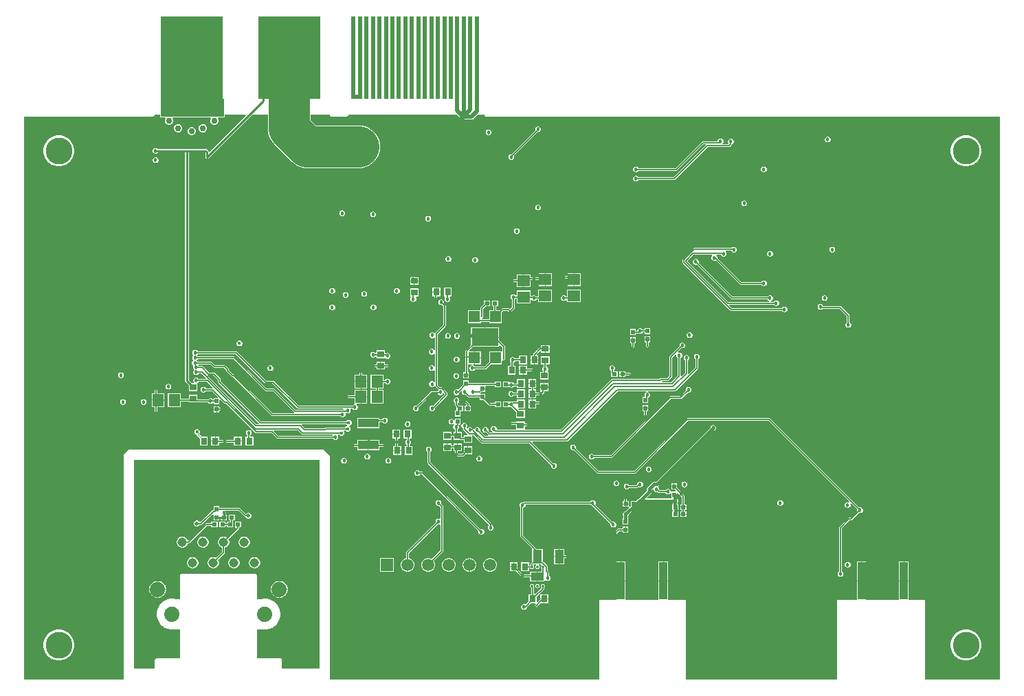
<source format=gbl>
G04*
G04 #@! TF.GenerationSoftware,Altium Limited,Altium Designer,21.5.1 (32)*
G04*
G04 Layer_Physical_Order=4*
G04 Layer_Color=16711680*
%FSLAX25Y25*%
%MOIN*%
G70*
G04*
G04 #@! TF.SameCoordinates,2FE26025-303F-4DC1-B2D2-7F731E1EADFF*
G04*
G04*
G04 #@! TF.FilePolarity,Positive*
G04*
G01*
G75*
%ADD12C,0.01000*%
%ADD81R,0.03937X0.17953*%
%ADD94R,0.01968X0.02362*%
%ADD95R,0.03150X0.03543*%
%ADD100R,0.02362X0.01968*%
%ADD101R,0.03543X0.03150*%
%ADD106R,0.05512X0.05906*%
%ADD107R,0.05906X0.05512*%
%ADD125C,0.01772*%
%ADD135R,0.30300X0.40000*%
%ADD136R,0.01968X0.40000*%
%ADD138R,0.10236X0.04331*%
%ADD139C,0.00500*%
%ADD141C,0.00679*%
%ADD142C,0.00451*%
%ADD143C,0.01500*%
%ADD144C,0.02000*%
%ADD145C,0.30000*%
%ADD146C,0.05906*%
%ADD147R,0.05906X0.05906*%
%ADD148C,0.07400*%
%ADD149C,0.04500*%
%ADD150C,0.13000*%
%ADD151C,0.01800*%
%ADD152C,0.01968*%
%ADD153C,0.03000*%
%ADD154C,0.02000*%
%ADD166R,0.05512X0.05512*%
%ADD167R,0.12992X0.08661*%
%ADD168O,0.01181X0.01378*%
%ADD169R,0.06299X0.03937*%
%ADD170R,0.04331X0.06693*%
%ADD171C,0.20000*%
%ADD172R,0.30500X0.09000*%
G36*
X263258Y313693D02*
X263432Y313432D01*
X263693Y313258D01*
X264000Y313197D01*
X513197D01*
Y39803D01*
X477000D01*
Y78500D01*
X469134D01*
Y87502D01*
X466815D01*
X464497D01*
Y78500D01*
X448503D01*
Y87502D01*
X446185D01*
X443866D01*
Y78500D01*
X434500D01*
Y39803D01*
X361000D01*
Y78500D01*
X352449D01*
Y87502D01*
X350131D01*
X347812D01*
Y78500D01*
X331819D01*
Y87502D01*
X329501D01*
X327182D01*
Y78500D01*
X319000D01*
Y39803D01*
X188500D01*
Y148500D01*
X185500Y151500D01*
X91000D01*
X88500Y149000D01*
Y39803D01*
X40173D01*
Y313197D01*
X102500D01*
X102807Y313258D01*
X103068Y313432D01*
X103242Y313693D01*
X103303Y314000D01*
X105932D01*
Y313000D01*
X106044Y312729D01*
X106316Y312616D01*
X108450D01*
X108642Y312155D01*
X108620Y312133D01*
X108316Y311398D01*
Y310602D01*
X108620Y309867D01*
X109183Y309304D01*
X109918Y309000D01*
X110713D01*
X111448Y309304D01*
X112011Y309867D01*
X112315Y310602D01*
Y311398D01*
X112011Y312133D01*
X111989Y312155D01*
X112181Y312616D01*
X130450D01*
X130642Y312155D01*
X130620Y312133D01*
X130315Y311398D01*
Y310602D01*
X130620Y309867D01*
X131183Y309304D01*
X131918Y309000D01*
X132713D01*
X133448Y309304D01*
X134011Y309867D01*
X134316Y310602D01*
Y311398D01*
X134011Y312133D01*
X133989Y312155D01*
X134181Y312616D01*
X136816D01*
X137087Y312729D01*
X137199Y313000D01*
Y314000D01*
X147430D01*
X147622Y313538D01*
X130164Y296080D01*
X129621Y296244D01*
X129620Y296248D01*
X129431Y296530D01*
X128846Y297116D01*
X128563Y297305D01*
X128230Y297371D01*
X104924D01*
X104609Y297687D01*
X104094Y297900D01*
X103537D01*
X103023Y297687D01*
X102629Y297293D01*
X102416Y296778D01*
Y296221D01*
X102629Y295707D01*
X103023Y295313D01*
X103537Y295100D01*
X104094D01*
X104609Y295313D01*
X104924Y295629D01*
X118129D01*
Y184756D01*
X118195Y184423D01*
X118384Y184140D01*
X119874Y182650D01*
Y179827D01*
X124126D01*
Y183685D01*
X124249Y183795D01*
X124293Y183813D01*
X124687Y184207D01*
X124744Y184346D01*
X128729D01*
X131421Y181654D01*
X131214Y181154D01*
X128244D01*
X128187Y181293D01*
X127793Y181687D01*
X127278Y181900D01*
X126722D01*
X126207Y181687D01*
X125813Y181293D01*
X125600Y180779D01*
Y180221D01*
X125813Y179707D01*
X126207Y179313D01*
X126722Y179100D01*
X127278D01*
X127793Y179313D01*
X128187Y179707D01*
X128244Y179846D01*
X131229D01*
X134109Y176966D01*
X133918Y176504D01*
X132161D01*
Y175954D01*
X131789Y175828D01*
X131661Y175819D01*
X131293Y176187D01*
X130779Y176400D01*
X130221D01*
X129707Y176187D01*
X129313Y175793D01*
X129256Y175654D01*
X124126D01*
Y178173D01*
X119874D01*
Y176154D01*
X116047D01*
Y178807D01*
X109827D01*
Y172193D01*
X116047D01*
Y174846D01*
X119874D01*
Y174315D01*
X124126D01*
Y174346D01*
X129256D01*
X129313Y174207D01*
X129707Y173813D01*
X130221Y173600D01*
X130779D01*
X131293Y173813D01*
X131661Y174181D01*
X131789Y174172D01*
X132161Y174046D01*
Y173433D01*
X134839D01*
Y175583D01*
X135301Y175774D01*
X137038Y174038D01*
X137500Y173846D01*
X138021D01*
X152329Y159537D01*
X152792Y159346D01*
X160229D01*
X162688Y156887D01*
X163150Y156696D01*
X189824D01*
X190207Y156313D01*
X190721Y156100D01*
X191279D01*
X191793Y156313D01*
X192187Y156707D01*
X192400Y157221D01*
Y157779D01*
X192187Y158293D01*
X192143Y158337D01*
X192321Y158768D01*
X192803D01*
X192825Y158715D01*
X193215Y158325D01*
X193724Y158114D01*
X194276D01*
X194785Y158325D01*
X195175Y158715D01*
X195386Y159224D01*
Y159776D01*
X195175Y160285D01*
X195114Y160346D01*
X195309Y160817D01*
X195783D01*
X195825Y160715D01*
X196215Y160325D01*
X196724Y160114D01*
X197276D01*
X197785Y160325D01*
X198175Y160715D01*
X198386Y161224D01*
Y161776D01*
X198175Y162285D01*
X197825Y162635D01*
X197815Y162733D01*
X197825Y162843D01*
X197903Y163167D01*
X198285Y163325D01*
X198675Y163715D01*
X198886Y164224D01*
Y164776D01*
X198675Y165285D01*
X198285Y165675D01*
X197776Y165886D01*
X197224D01*
X196715Y165675D01*
X196325Y165285D01*
X196271Y165154D01*
X154938D01*
X135471Y184621D01*
Y185510D01*
X135280Y185972D01*
X132539Y188713D01*
X132077Y188904D01*
X129760D01*
X126902Y191762D01*
X126439Y191954D01*
X124744D01*
X124687Y192093D01*
X124427Y192352D01*
X124618Y192852D01*
X130305D01*
X131902Y191256D01*
X132364Y191064D01*
X136999D01*
X138062Y190000D01*
Y189697D01*
X138254Y189234D01*
X140563Y186925D01*
X141026Y186734D01*
X141341D01*
X160038Y168037D01*
X160500Y167846D01*
X193256D01*
X193313Y167707D01*
X193707Y167313D01*
X194221Y167100D01*
X194779D01*
X195293Y167313D01*
X195687Y167707D01*
X195900Y168221D01*
Y168779D01*
X195894Y168793D01*
X196020Y168941D01*
X196297Y169126D01*
X196721Y168950D01*
X197278D01*
X197793Y169163D01*
X198187Y169557D01*
X198400Y170071D01*
Y170628D01*
X198310Y170846D01*
X198637Y171346D01*
X199256D01*
X199313Y171207D01*
X199707Y170813D01*
X200221Y170600D01*
X200779D01*
X201293Y170813D01*
X201687Y171207D01*
X201900Y171721D01*
Y172278D01*
X201687Y172793D01*
X201293Y173187D01*
X201268Y173197D01*
X201367Y173697D01*
X203204D01*
Y177000D01*
Y180303D01*
X200273D01*
Y177654D01*
X196316D01*
X195853Y177462D01*
X195661Y177000D01*
X195853Y176538D01*
X196316Y176346D01*
X200273D01*
Y173862D01*
X200251Y173666D01*
X200002Y173309D01*
X199707Y173187D01*
X199313Y172793D01*
X199256Y172654D01*
X173271D01*
X161213Y184713D01*
X160750Y184904D01*
X157521D01*
X143463Y198962D01*
X143000Y199154D01*
X124244D01*
X124187Y199293D01*
X123793Y199687D01*
X123278Y199900D01*
X122722D01*
X122207Y199687D01*
X121813Y199293D01*
X121600Y198778D01*
Y198222D01*
X121813Y197707D01*
X121943Y197577D01*
X122164Y197250D01*
X121943Y196923D01*
X121813Y196793D01*
X121600Y196279D01*
Y195721D01*
X121813Y195207D01*
X121866Y195154D01*
X122058Y194693D01*
X121664Y194300D01*
X121451Y193785D01*
Y193228D01*
X121664Y192713D01*
X122058Y192320D01*
X122176Y191763D01*
X122100Y191578D01*
Y191022D01*
X122313Y190507D01*
X122670Y190150D01*
X122313Y189793D01*
X122100Y189278D01*
Y188722D01*
X122313Y188207D01*
X122707Y187813D01*
X123222Y187600D01*
X123778D01*
X124293Y187813D01*
X124687Y188207D01*
X124744Y188346D01*
X126151D01*
X128380Y186116D01*
X128189Y185654D01*
X124744D01*
X124687Y185793D01*
X124293Y186187D01*
X123778Y186400D01*
X123222D01*
X122707Y186187D01*
X122313Y185793D01*
X122100Y185278D01*
Y184722D01*
X122313Y184207D01*
X122335Y184185D01*
X122128Y183685D01*
X121303D01*
X119871Y185117D01*
Y295629D01*
X127869D01*
X127945Y295553D01*
Y293500D01*
X128011Y293167D01*
X128200Y292884D01*
X128482Y292695D01*
X128815Y292629D01*
X129149Y292695D01*
X129431Y292884D01*
X150547Y314000D01*
X158329D01*
Y307100D01*
X158457Y305475D01*
X158837Y303890D01*
X159461Y302385D01*
X160313Y300995D01*
X161371Y299756D01*
X169971Y291156D01*
X171211Y290097D01*
X172600Y289246D01*
X174106Y288622D01*
X175691Y288242D01*
X177315Y288114D01*
X202315D01*
X203940Y288242D01*
X205525Y288622D01*
X207031Y289246D01*
X208420Y290097D01*
X209660Y291156D01*
X210718Y292395D01*
X211570Y293785D01*
X212193Y295290D01*
X212574Y296875D01*
X212702Y298500D01*
X212574Y300125D01*
X212193Y301710D01*
X211570Y303215D01*
X210718Y304605D01*
X209660Y305844D01*
X208420Y306903D01*
X207031Y307754D01*
X205525Y308378D01*
X203940Y308758D01*
X202315Y308886D01*
X181618D01*
X179102Y311402D01*
Y314000D01*
X188197D01*
X188258Y313693D01*
X188432Y313432D01*
X188693Y313258D01*
X189000Y313197D01*
X196500D01*
X196807Y313258D01*
X197068Y313432D01*
X197242Y313693D01*
X197303Y314000D01*
X250133D01*
X251509Y312624D01*
X251540Y312472D01*
X251839Y312024D01*
X252287Y311724D01*
X252816Y311619D01*
X253344Y311724D01*
X253473Y311810D01*
X257107D01*
X257107Y311810D01*
X257635Y311916D01*
X258083Y312215D01*
X259868Y314000D01*
X263197D01*
X263258Y313693D01*
D02*
G37*
G36*
X156788Y183788D02*
X157250Y183596D01*
X160479D01*
X172538Y171537D01*
X173000Y171346D01*
X194844D01*
X195142Y170846D01*
X195120Y170804D01*
X171621D01*
X161462Y180963D01*
X161000Y181154D01*
X157771D01*
X142413Y196512D01*
X141951Y196703D01*
X124224D01*
X124187Y196793D01*
X124056Y196923D01*
X123836Y197250D01*
X124056Y197577D01*
X124187Y197707D01*
X124244Y197846D01*
X142729D01*
X156788Y183788D01*
D02*
G37*
G36*
X157037Y180037D02*
X157500Y179846D01*
X160729D01*
X170887Y169687D01*
X170968Y169654D01*
X170869Y169154D01*
X160771D01*
X142075Y187850D01*
X141612Y188042D01*
X141297D01*
X139371Y189968D01*
Y190271D01*
X139179Y190734D01*
X137732Y192181D01*
X137269Y192373D01*
X132635D01*
X131039Y193969D01*
X130576Y194161D01*
X124095D01*
X124038Y194300D01*
X123985Y194352D01*
X123793Y194813D01*
X124187Y195207D01*
X124265Y195395D01*
X141680D01*
X157037Y180037D01*
D02*
G37*
G36*
X129489Y187596D02*
X131806D01*
X134163Y185239D01*
Y184350D01*
X134354Y183887D01*
X154087Y164154D01*
X153922Y163654D01*
X152692D01*
X129152Y187194D01*
X129436Y187618D01*
X129489Y187596D01*
D02*
G37*
G36*
X196325Y163715D02*
X196675Y163365D01*
X196685Y163268D01*
X196675Y163157D01*
X196597Y162833D01*
X196215Y162675D01*
X195825Y162285D01*
X195771Y162154D01*
X186442D01*
X185980Y161962D01*
X185807Y161790D01*
X176135D01*
X174579Y163346D01*
X174744Y163846D01*
X196271D01*
X196325Y163715D01*
D02*
G37*
G36*
X174615Y159037D02*
X175078Y158846D01*
X189580D01*
X189793Y158401D01*
X189554Y158004D01*
X163421D01*
X161079Y160346D01*
X161244Y160846D01*
X172807D01*
X174615Y159037D01*
D02*
G37*
G36*
X183500Y45000D02*
X165168D01*
Y49300D01*
X165107Y49607D01*
X164933Y49868D01*
X164673Y50042D01*
X164365Y50103D01*
X152868D01*
Y64197D01*
X155166D01*
X156078Y64016D01*
X157553D01*
X158999Y64303D01*
X160361Y64868D01*
X161586Y65687D01*
X162629Y66729D01*
X163448Y67955D01*
X164012Y69317D01*
X164300Y70763D01*
Y72237D01*
X164012Y73683D01*
X163448Y75045D01*
X162629Y76271D01*
X161586Y77313D01*
X160361Y78132D01*
X158999Y78697D01*
X157553Y78984D01*
X156078D01*
X155166Y78803D01*
X152868D01*
Y90400D01*
X152807Y90707D01*
X152633Y90968D01*
X152373Y91142D01*
X152066Y91203D01*
X116566D01*
X116258Y91142D01*
X115998Y90968D01*
X115824Y90707D01*
X115763Y90400D01*
Y78803D01*
X113465D01*
X112553Y78984D01*
X111078D01*
X109633Y78697D01*
X108270Y78132D01*
X107045Y77313D01*
X106002Y76271D01*
X105183Y75045D01*
X104619Y73683D01*
X104331Y72237D01*
Y70763D01*
X104619Y69317D01*
X105183Y67955D01*
X106002Y66729D01*
X107045Y65687D01*
X108270Y64868D01*
X109633Y64303D01*
X111078Y64016D01*
X112553D01*
X113465Y64197D01*
X115763D01*
Y50103D01*
X104265D01*
X103958Y50042D01*
X103698Y49868D01*
X103524Y49607D01*
X103463Y49300D01*
Y45000D01*
X93500D01*
Y146500D01*
X183500D01*
Y45000D01*
D02*
G37*
%LPC*%
G36*
X127213Y309500D02*
X126418D01*
X125683Y309195D01*
X125120Y308633D01*
X124815Y307898D01*
Y307102D01*
X125120Y306367D01*
X125683Y305804D01*
X126418Y305500D01*
X127213D01*
X127948Y305804D01*
X128511Y306367D01*
X128815Y307102D01*
Y307898D01*
X128511Y308633D01*
X127948Y309195D01*
X127213Y309500D01*
D02*
G37*
G36*
X115213D02*
X114418D01*
X113683Y309195D01*
X113120Y308633D01*
X112815Y307898D01*
Y307102D01*
X113120Y306367D01*
X113683Y305804D01*
X114418Y305500D01*
X115213D01*
X115948Y305804D01*
X116511Y306367D01*
X116815Y307102D01*
Y307898D01*
X116511Y308633D01*
X115948Y309195D01*
X115213Y309500D01*
D02*
G37*
G36*
X265594Y306900D02*
X265037D01*
X264523Y306687D01*
X264129Y306293D01*
X263915Y305779D01*
Y305222D01*
X264129Y304707D01*
X264523Y304313D01*
X265037Y304100D01*
X265594D01*
X266109Y304313D01*
X266502Y304707D01*
X266716Y305222D01*
Y305779D01*
X266502Y306293D01*
X266109Y306687D01*
X265594Y306900D01*
D02*
G37*
G36*
X121713Y308000D02*
X120918D01*
X120183Y307696D01*
X119620Y307133D01*
X119316Y306398D01*
Y305602D01*
X119620Y304867D01*
X120183Y304305D01*
X120918Y304000D01*
X121713D01*
X122448Y304305D01*
X123011Y304867D01*
X123316Y305602D01*
Y306398D01*
X123011Y307133D01*
X122448Y307696D01*
X121713Y308000D01*
D02*
G37*
G36*
X430094Y303400D02*
X429537D01*
X429023Y303187D01*
X428629Y302793D01*
X428415Y302278D01*
Y301722D01*
X428629Y301207D01*
X429023Y300813D01*
X429537Y300600D01*
X430094D01*
X430609Y300813D01*
X431002Y301207D01*
X431215Y301722D01*
Y302278D01*
X431002Y302793D01*
X430609Y303187D01*
X430094Y303400D01*
D02*
G37*
G36*
X289594Y308400D02*
X289037D01*
X288523Y308187D01*
X288129Y307793D01*
X287915Y307278D01*
Y306721D01*
X288046Y306406D01*
X276540Y294900D01*
X276037D01*
X275522Y294687D01*
X275129Y294293D01*
X274916Y293778D01*
Y293221D01*
X275129Y292707D01*
X275522Y292313D01*
X276037Y292100D01*
X276594D01*
X277109Y292313D01*
X277502Y292707D01*
X277715Y293221D01*
Y293778D01*
X277585Y294094D01*
X289091Y305600D01*
X289594D01*
X290109Y305813D01*
X290502Y306207D01*
X290716Y306721D01*
Y307278D01*
X290502Y307793D01*
X290109Y308187D01*
X289594Y308400D01*
D02*
G37*
G36*
X104094Y293400D02*
X103537D01*
X103023Y293187D01*
X102629Y292793D01*
X102416Y292279D01*
Y291722D01*
X102629Y291207D01*
X103023Y290813D01*
X103537Y290600D01*
X104094D01*
X104609Y290813D01*
X105002Y291207D01*
X105216Y291722D01*
Y292279D01*
X105002Y292793D01*
X104609Y293187D01*
X104094Y293400D01*
D02*
G37*
G36*
X497603Y303935D02*
X496128D01*
X494683Y303647D01*
X493320Y303083D01*
X492095Y302264D01*
X491052Y301221D01*
X490233Y299995D01*
X489669Y298633D01*
X489381Y297187D01*
Y295713D01*
X489669Y294267D01*
X490233Y292905D01*
X491052Y291679D01*
X492095Y290637D01*
X493320Y289818D01*
X494683Y289254D01*
X496128Y288966D01*
X497603D01*
X499049Y289254D01*
X500411Y289818D01*
X501637Y290637D01*
X502679Y291679D01*
X503498Y292905D01*
X504062Y294267D01*
X504350Y295713D01*
Y297187D01*
X504062Y298633D01*
X503498Y299995D01*
X502679Y301221D01*
X501637Y302264D01*
X500411Y303083D01*
X499049Y303647D01*
X497603Y303935D01*
D02*
G37*
G36*
X57603D02*
X56128D01*
X54682Y303647D01*
X53320Y303083D01*
X52095Y302264D01*
X51052Y301221D01*
X50233Y299995D01*
X49669Y298633D01*
X49381Y297187D01*
Y295713D01*
X49669Y294267D01*
X50233Y292905D01*
X51052Y291679D01*
X52095Y290637D01*
X53320Y289818D01*
X54682Y289254D01*
X56128Y288966D01*
X57603D01*
X59049Y289254D01*
X60411Y289818D01*
X61637Y290637D01*
X62679Y291679D01*
X63498Y292905D01*
X64062Y294267D01*
X64350Y295713D01*
Y297187D01*
X64062Y298633D01*
X63498Y299995D01*
X62679Y301221D01*
X61637Y302264D01*
X60411Y303083D01*
X59049Y303647D01*
X57603Y303935D01*
D02*
G37*
G36*
X399094Y288900D02*
X398537D01*
X398023Y288687D01*
X397629Y288293D01*
X397415Y287778D01*
Y287222D01*
X397629Y286707D01*
X398023Y286313D01*
X398537Y286100D01*
X399094D01*
X399609Y286313D01*
X400002Y286707D01*
X400215Y287222D01*
Y287778D01*
X400002Y288293D01*
X399609Y288687D01*
X399094Y288900D01*
D02*
G37*
G36*
X378094Y302550D02*
X377537D01*
X377023Y302337D01*
X376629Y301943D01*
X376415Y301429D01*
Y301154D01*
X369316D01*
X368853Y300962D01*
X356045Y288154D01*
X338060D01*
X338002Y288293D01*
X337609Y288687D01*
X337094Y288900D01*
X336537D01*
X336022Y288687D01*
X335629Y288293D01*
X335416Y287778D01*
Y287222D01*
X335629Y286707D01*
X336022Y286313D01*
X336537Y286100D01*
X337094D01*
X337609Y286313D01*
X338002Y286707D01*
X338060Y286846D01*
X356315D01*
X356778Y287037D01*
X369586Y299846D01*
X370571D01*
X370736Y299346D01*
X355045Y283654D01*
X338060D01*
X338002Y283793D01*
X337609Y284187D01*
X337094Y284400D01*
X336537D01*
X336022Y284187D01*
X335629Y283793D01*
X335416Y283278D01*
Y282721D01*
X335629Y282207D01*
X336022Y281813D01*
X336537Y281600D01*
X337094D01*
X337609Y281813D01*
X338002Y282207D01*
X338060Y282346D01*
X355315D01*
X355778Y282538D01*
X371586Y298346D01*
X381897D01*
X382359Y298537D01*
X383029Y299208D01*
X383212Y299649D01*
X383609Y299813D01*
X384002Y300207D01*
X384215Y300722D01*
Y301278D01*
X384002Y301793D01*
X383609Y302187D01*
X383094Y302400D01*
X382537D01*
X382023Y302187D01*
X381629Y301793D01*
X381416Y301278D01*
Y300722D01*
X381629Y300207D01*
X381721Y300115D01*
X381474Y299654D01*
X379007D01*
X378800Y300154D01*
X379002Y300357D01*
X379216Y300871D01*
Y301429D01*
X379002Y301943D01*
X378609Y302337D01*
X378094Y302550D01*
D02*
G37*
G36*
X389594Y272400D02*
X389037D01*
X388523Y272187D01*
X388129Y271793D01*
X387915Y271279D01*
Y270722D01*
X388129Y270207D01*
X388523Y269813D01*
X389037Y269600D01*
X389594D01*
X390109Y269813D01*
X390502Y270207D01*
X390716Y270722D01*
Y271279D01*
X390502Y271793D01*
X390109Y272187D01*
X389594Y272400D01*
D02*
G37*
G36*
X289594Y270400D02*
X289037D01*
X288523Y270187D01*
X288129Y269793D01*
X287915Y269279D01*
Y268722D01*
X288129Y268207D01*
X288523Y267813D01*
X289037Y267600D01*
X289594D01*
X290109Y267813D01*
X290502Y268207D01*
X290716Y268722D01*
Y269279D01*
X290502Y269793D01*
X290109Y270187D01*
X289594Y270400D01*
D02*
G37*
G36*
X194594Y267585D02*
X194037D01*
X193523Y267372D01*
X193129Y266978D01*
X192915Y266463D01*
Y265907D01*
X193129Y265392D01*
X193523Y264998D01*
X194037Y264785D01*
X194594D01*
X195109Y264998D01*
X195502Y265392D01*
X195715Y265907D01*
Y266463D01*
X195502Y266978D01*
X195109Y267372D01*
X194594Y267585D01*
D02*
G37*
G36*
X209594Y267085D02*
X209037D01*
X208523Y266872D01*
X208129Y266478D01*
X207915Y265964D01*
Y265407D01*
X208129Y264892D01*
X208523Y264498D01*
X209037Y264285D01*
X209594D01*
X210109Y264498D01*
X210502Y264892D01*
X210716Y265407D01*
Y265964D01*
X210502Y266478D01*
X210109Y266872D01*
X209594Y267085D01*
D02*
G37*
G36*
X236279Y264900D02*
X235721D01*
X235207Y264687D01*
X234813Y264293D01*
X234600Y263778D01*
Y263222D01*
X234813Y262707D01*
X235207Y262313D01*
X235721Y262100D01*
X236279D01*
X236793Y262313D01*
X237187Y262707D01*
X237400Y263222D01*
Y263778D01*
X237187Y264293D01*
X236793Y264687D01*
X236279Y264900D01*
D02*
G37*
G36*
X279278Y258900D02*
X278721D01*
X278207Y258687D01*
X277813Y258293D01*
X277600Y257779D01*
Y257222D01*
X277813Y256707D01*
X278207Y256313D01*
X278721Y256100D01*
X279278D01*
X279793Y256313D01*
X280187Y256707D01*
X280400Y257222D01*
Y257779D01*
X280187Y258293D01*
X279793Y258687D01*
X279278Y258900D01*
D02*
G37*
G36*
X432278Y249900D02*
X431721D01*
X431207Y249687D01*
X430813Y249293D01*
X430600Y248779D01*
Y248221D01*
X430813Y247707D01*
X431207Y247313D01*
X431721Y247100D01*
X432278D01*
X432793Y247313D01*
X433187Y247707D01*
X433400Y248221D01*
Y248779D01*
X433187Y249293D01*
X432793Y249687D01*
X432278Y249900D01*
D02*
G37*
G36*
X384594D02*
X384037D01*
X383523Y249687D01*
X383140Y249304D01*
X365051D01*
X364589Y249113D01*
X359560Y244084D01*
X359368Y243621D01*
Y242379D01*
X359560Y241916D01*
X382439Y219038D01*
X382901Y218846D01*
X407571D01*
X407629Y218707D01*
X408022Y218313D01*
X408537Y218100D01*
X409094D01*
X409609Y218313D01*
X410002Y218707D01*
X410216Y219221D01*
Y219778D01*
X410002Y220293D01*
X409609Y220687D01*
X409094Y220900D01*
X408537D01*
X408022Y220687D01*
X407629Y220293D01*
X407571Y220154D01*
X383172D01*
X381942Y221384D01*
X382134Y221846D01*
X403571D01*
X403629Y221707D01*
X404023Y221313D01*
X404537Y221100D01*
X405094D01*
X405609Y221313D01*
X406002Y221707D01*
X406215Y222221D01*
Y222779D01*
X406002Y223293D01*
X405609Y223687D01*
X405094Y223900D01*
X404537D01*
X404023Y223687D01*
X403629Y223293D01*
X403571Y223154D01*
X402324D01*
X402225Y223654D01*
X402609Y223813D01*
X403002Y224207D01*
X403216Y224722D01*
Y225278D01*
X403002Y225793D01*
X402609Y226187D01*
X402094Y226400D01*
X401537D01*
X401022Y226187D01*
X400629Y225793D01*
X400571Y225654D01*
X383736D01*
X367158Y242233D01*
X367215Y242372D01*
Y242929D01*
X367002Y243443D01*
X366609Y243837D01*
X366094Y244050D01*
X365537D01*
X365022Y243837D01*
X364629Y243443D01*
X364416Y242929D01*
Y242372D01*
X364629Y241857D01*
X365022Y241463D01*
X365537Y241250D01*
X366094D01*
X366233Y241307D01*
X383003Y224537D01*
X383466Y224346D01*
X400571D01*
X400629Y224207D01*
X401022Y223813D01*
X401406Y223654D01*
X401307Y223154D01*
X381587D01*
X363498Y241243D01*
X363498Y241243D01*
X361741Y243000D01*
X364737Y245996D01*
X373624D01*
X373832Y245496D01*
X373629Y245293D01*
X373415Y244778D01*
Y244221D01*
X373629Y243707D01*
X374023Y243313D01*
X374537Y243100D01*
X375094D01*
X375587Y243304D01*
X387353Y231538D01*
X387815Y231346D01*
X397640D01*
X398023Y230963D01*
X398537Y230750D01*
X399094D01*
X399609Y230963D01*
X400002Y231357D01*
X400215Y231872D01*
Y232429D01*
X400002Y232943D01*
X399609Y233337D01*
X399094Y233550D01*
X398537D01*
X398023Y233337D01*
X397629Y232943D01*
X397509Y232654D01*
X388087D01*
X376216Y244525D01*
Y244778D01*
X376002Y245293D01*
X375799Y245496D01*
X376007Y245996D01*
X378009D01*
X378129Y245707D01*
X378522Y245313D01*
X379037Y245100D01*
X379594D01*
X380109Y245313D01*
X380502Y245707D01*
X380715Y246221D01*
Y246778D01*
X380502Y247293D01*
X380299Y247496D01*
X380507Y247996D01*
X383009D01*
X383129Y247707D01*
X383523Y247313D01*
X384037Y247100D01*
X384594D01*
X385109Y247313D01*
X385502Y247707D01*
X385716Y248221D01*
Y248779D01*
X385502Y249293D01*
X385109Y249687D01*
X384594Y249900D01*
D02*
G37*
G36*
X402094Y247900D02*
X401537D01*
X401022Y247687D01*
X400629Y247293D01*
X400416Y246778D01*
Y246221D01*
X400629Y245707D01*
X401022Y245313D01*
X401537Y245100D01*
X402094D01*
X402609Y245313D01*
X403002Y245707D01*
X403216Y246221D01*
Y246778D01*
X403002Y247293D01*
X402609Y247687D01*
X402094Y247900D01*
D02*
G37*
G36*
X246094Y245400D02*
X245537D01*
X245023Y245187D01*
X244629Y244793D01*
X244415Y244279D01*
Y243722D01*
X244629Y243207D01*
X245023Y242813D01*
X245537Y242600D01*
X246094D01*
X246609Y242813D01*
X247002Y243207D01*
X247216Y243722D01*
Y244279D01*
X247002Y244793D01*
X246609Y245187D01*
X246094Y245400D01*
D02*
G37*
G36*
X259094Y244900D02*
X258537D01*
X258022Y244687D01*
X257629Y244293D01*
X257416Y243778D01*
Y243221D01*
X257629Y242707D01*
X258022Y242313D01*
X258537Y242100D01*
X259094D01*
X259609Y242313D01*
X260002Y242707D01*
X260215Y243221D01*
Y243778D01*
X260002Y244293D01*
X259609Y244687D01*
X259094Y244900D01*
D02*
G37*
G36*
X292640Y237043D02*
X289513D01*
Y235154D01*
X285618D01*
Y236543D01*
X282490D01*
Y233612D01*
X285618D01*
Y233846D01*
X289513D01*
Y230831D01*
X292640D01*
Y233937D01*
Y237043D01*
D02*
G37*
G36*
X310118D02*
X306991D01*
Y234112D01*
X310118D01*
Y237043D01*
D02*
G37*
G36*
X296118D02*
X292990D01*
Y234112D01*
X296118D01*
Y237043D01*
D02*
G37*
G36*
X306641D02*
X303513D01*
Y235654D01*
X301816D01*
X301353Y235462D01*
X301161Y235000D01*
X301353Y234538D01*
X301816Y234346D01*
X303513D01*
Y234112D01*
X306641D01*
Y237043D01*
D02*
G37*
G36*
X228795Y236634D02*
X228333Y236442D01*
X228141Y235980D01*
Y235181D01*
X227194D01*
Y233431D01*
X229315D01*
X231437D01*
Y235181D01*
X229449D01*
Y235980D01*
X229258Y236442D01*
X228795Y236634D01*
D02*
G37*
G36*
X231437Y233081D02*
X229490D01*
Y231331D01*
X231437D01*
Y233081D01*
D02*
G37*
G36*
X229140D02*
X227194D01*
Y231331D01*
X229140D01*
Y233081D01*
D02*
G37*
G36*
X310118Y233762D02*
X306991D01*
Y230831D01*
X310118D01*
Y233762D01*
D02*
G37*
G36*
X306641D02*
X303513D01*
Y230831D01*
X306641D01*
Y233762D01*
D02*
G37*
G36*
X296118D02*
X292990D01*
Y230831D01*
X296118D01*
Y233762D01*
D02*
G37*
G36*
X285618Y233262D02*
X282490D01*
Y230331D01*
X285618D01*
Y233262D01*
D02*
G37*
G36*
X282140Y236543D02*
X279013D01*
Y234154D01*
X276816D01*
X276353Y233962D01*
X276161Y233500D01*
X276353Y233037D01*
X276816Y232846D01*
X279013D01*
Y230331D01*
X282140D01*
Y233437D01*
Y236543D01*
D02*
G37*
G36*
X241984Y230122D02*
X240235D01*
Y228175D01*
X241984D01*
Y230122D01*
D02*
G37*
G36*
X239885D02*
X238135D01*
Y228175D01*
X239885D01*
Y230122D01*
D02*
G37*
G36*
X221094Y229900D02*
X220537D01*
X220023Y229687D01*
X219629Y229293D01*
X219415Y228779D01*
Y228222D01*
X219629Y227707D01*
X220023Y227313D01*
X220537Y227100D01*
X221094D01*
X221609Y227313D01*
X222002Y227707D01*
X222216Y228222D01*
Y228779D01*
X222002Y229293D01*
X221609Y229687D01*
X221094Y229900D01*
D02*
G37*
G36*
X189778D02*
X189222D01*
X188707Y229687D01*
X188313Y229293D01*
X188100Y228779D01*
Y228222D01*
X188313Y227707D01*
X188707Y227313D01*
X189222Y227100D01*
X189778D01*
X190293Y227313D01*
X190687Y227707D01*
X190900Y228222D01*
Y228779D01*
X190687Y229293D01*
X190293Y229687D01*
X189778Y229900D01*
D02*
G37*
G36*
X310123Y229173D02*
X303508D01*
Y225878D01*
X303008Y225778D01*
X303002Y225793D01*
X302609Y226187D01*
X302094Y226400D01*
X301537D01*
X301023Y226187D01*
X300629Y225793D01*
X300415Y225278D01*
Y224722D01*
X300629Y224207D01*
X301023Y223813D01*
X301537Y223600D01*
X302094D01*
X302609Y223813D01*
X303002Y224207D01*
X303008Y224222D01*
X303508Y224122D01*
Y222953D01*
X310123D01*
Y229173D01*
D02*
G37*
G36*
X296123D02*
X289508D01*
Y225654D01*
X288560D01*
X288502Y225793D01*
X288109Y226187D01*
X287594Y226400D01*
X287037D01*
X286523Y226187D01*
X286508Y226173D01*
X286401Y226217D01*
X285623D01*
Y228673D01*
X279008D01*
Y226378D01*
X278508Y226278D01*
X278502Y226293D01*
X278109Y226687D01*
X277594Y226900D01*
X277037D01*
X276522Y226687D01*
X276129Y226293D01*
X275916Y225779D01*
Y225221D01*
X276129Y224707D01*
X276522Y224313D01*
X276661Y224256D01*
Y220481D01*
X275811Y219630D01*
X275537Y219903D01*
X275075Y220094D01*
X272140D01*
X271678Y219903D01*
X270885Y219110D01*
X269123D01*
Y221161D01*
X270004D01*
Y223839D01*
X266933D01*
Y221161D01*
X267814D01*
Y219110D01*
X265590D01*
Y214654D01*
X262090D01*
X262013Y214809D01*
X262220Y215347D01*
X262450Y215500D01*
X262603Y215729D01*
X262657Y216000D01*
Y219625D01*
X264190Y221158D01*
X264190Y221158D01*
X264195Y221166D01*
X264356D01*
Y222325D01*
X263000D01*
Y221969D01*
X261449Y220418D01*
X261296Y220189D01*
X261242Y219918D01*
X261242Y219918D01*
Y219110D01*
X255390D01*
Y212890D01*
X261610D01*
Y213346D01*
X265590D01*
Y212890D01*
X271810D01*
Y218185D01*
X272411Y218786D01*
X274804D01*
X275141Y218449D01*
X275603Y218258D01*
X276018D01*
X276480Y218449D01*
X277778Y219747D01*
X277970Y220210D01*
Y224256D01*
X278109Y224313D01*
X278502Y224707D01*
X278508Y224722D01*
X279008Y224622D01*
Y222453D01*
X285623D01*
Y224122D01*
X286123Y224222D01*
X286129Y224207D01*
X286523Y223813D01*
X287037Y223600D01*
X287594D01*
X288109Y223813D01*
X288502Y224207D01*
X288560Y224346D01*
X289508D01*
Y222953D01*
X296123D01*
Y229173D01*
D02*
G37*
G36*
X205278Y228400D02*
X204721D01*
X204207Y228187D01*
X203813Y227793D01*
X203600Y227278D01*
Y226722D01*
X203813Y226207D01*
X204207Y225813D01*
X204721Y225600D01*
X205278D01*
X205793Y225813D01*
X206187Y226207D01*
X206400Y226722D01*
Y227278D01*
X206187Y227793D01*
X205793Y228187D01*
X205278Y228400D01*
D02*
G37*
G36*
X196279Y227900D02*
X195721D01*
X195207Y227687D01*
X194813Y227293D01*
X194600Y226779D01*
Y226221D01*
X194813Y225707D01*
X195207Y225313D01*
X195721Y225100D01*
X196279D01*
X196793Y225313D01*
X197187Y225707D01*
X197400Y226221D01*
Y226779D01*
X197187Y227293D01*
X196793Y227687D01*
X196279Y227900D01*
D02*
G37*
G36*
X241984Y227825D02*
X240060D01*
X238135D01*
Y225878D01*
X239161D01*
Y224500D01*
X239353Y224038D01*
X239815Y223846D01*
X240278Y224038D01*
X240470Y224500D01*
Y225878D01*
X241984D01*
Y227825D01*
D02*
G37*
G36*
X428594Y226400D02*
X428037D01*
X427523Y226187D01*
X427129Y225793D01*
X426916Y225278D01*
Y224722D01*
X427129Y224207D01*
X427523Y223813D01*
X428037Y223600D01*
X428594D01*
X429109Y223813D01*
X429502Y224207D01*
X429715Y224722D01*
Y225278D01*
X429502Y225793D01*
X429109Y226187D01*
X428594Y226400D01*
D02*
G37*
G36*
X247501Y230126D02*
X243642D01*
Y225874D01*
X244003D01*
X244210Y225374D01*
X244129Y225293D01*
X243916Y224779D01*
Y224221D01*
X244129Y223707D01*
X244523Y223313D01*
X245037Y223100D01*
X245594D01*
X246109Y223313D01*
X246502Y223707D01*
X246715Y224221D01*
Y224779D01*
X246502Y225293D01*
X246421Y225374D01*
X246628Y225874D01*
X247501D01*
Y230126D01*
D02*
G37*
G36*
X231441Y229673D02*
X227189D01*
Y225815D01*
X227444D01*
X227651Y225315D01*
X227629Y225293D01*
X227415Y224779D01*
Y224221D01*
X227629Y223707D01*
X228023Y223313D01*
X228537Y223100D01*
X229094D01*
X229609Y223313D01*
X230002Y223707D01*
X230216Y224221D01*
Y224779D01*
X230002Y225293D01*
X229980Y225315D01*
X230188Y225815D01*
X231441D01*
Y229673D01*
D02*
G37*
G36*
X266063Y223834D02*
X264706D01*
Y222675D01*
X266063D01*
Y223834D01*
D02*
G37*
G36*
X264356D02*
X263000D01*
Y222675D01*
X264356D01*
Y223834D01*
D02*
G37*
G36*
X266063Y222325D02*
X264706D01*
Y221166D01*
X266063D01*
Y222325D01*
D02*
G37*
G36*
X209778Y221900D02*
X209222D01*
X208707Y221687D01*
X208313Y221293D01*
X208100Y220778D01*
Y220221D01*
X208313Y219707D01*
X208707Y219313D01*
X209222Y219100D01*
X209778D01*
X210293Y219313D01*
X210687Y219707D01*
X210900Y220221D01*
Y220778D01*
X210687Y221293D01*
X210293Y221687D01*
X209778Y221900D01*
D02*
G37*
G36*
X189778D02*
X189222D01*
X188707Y221687D01*
X188313Y221293D01*
X188100Y220778D01*
Y220221D01*
X188313Y219707D01*
X188707Y219313D01*
X189222Y219100D01*
X189778D01*
X190293Y219313D01*
X190687Y219707D01*
X190900Y220221D01*
Y220778D01*
X190687Y221293D01*
X190293Y221687D01*
X189778Y221900D01*
D02*
G37*
G36*
X426544Y222157D02*
X425987D01*
X425473Y221944D01*
X425079Y221550D01*
X424866Y221035D01*
Y220478D01*
X425079Y219964D01*
X425473Y219570D01*
X425987Y219357D01*
X426544D01*
X427059Y219570D01*
X427335Y219846D01*
X435547D01*
X439161Y216232D01*
Y213244D01*
X439022Y213187D01*
X438629Y212793D01*
X438415Y212279D01*
Y211721D01*
X438629Y211207D01*
X439022Y210813D01*
X439537Y210600D01*
X440094D01*
X440609Y210813D01*
X441002Y211207D01*
X441216Y211721D01*
Y212279D01*
X441002Y212793D01*
X440609Y213187D01*
X440470Y213244D01*
Y216503D01*
X440278Y216965D01*
X436281Y220963D01*
X435818Y221154D01*
X427617D01*
X427453Y221550D01*
X427059Y221944D01*
X426544Y222157D01*
D02*
G37*
G36*
X343654Y210504D02*
X340977D01*
Y209654D01*
X340060D01*
X340002Y209793D01*
X339609Y210187D01*
X339094Y210400D01*
X338537D01*
X338022Y210187D01*
X337629Y209793D01*
X337416Y209278D01*
Y209123D01*
X336654D01*
Y210004D01*
X333977D01*
Y206933D01*
X336654D01*
Y207814D01*
X337932D01*
X337995Y207840D01*
X338022Y207813D01*
X338537Y207600D01*
X339094D01*
X339609Y207813D01*
X340002Y208207D01*
X340060Y208346D01*
X340977D01*
Y207433D01*
X343654D01*
Y210504D01*
D02*
G37*
G36*
X242594Y224400D02*
X242037D01*
X241523Y224187D01*
X241129Y223793D01*
X240915Y223278D01*
Y222722D01*
X241129Y222207D01*
X241523Y221813D01*
X242037Y221600D01*
X242594D01*
X242733Y221657D01*
X243311Y221079D01*
Y211962D01*
X239596Y208245D01*
X239535Y208099D01*
X238950Y207993D01*
X238777Y208166D01*
X238262Y208379D01*
X237705D01*
X237191Y208166D01*
X236797Y207772D01*
X236584Y207258D01*
Y206701D01*
X236797Y206186D01*
X237191Y205792D01*
X237705Y205579D01*
X238262D01*
X238777Y205792D01*
X238904Y205920D01*
X239404Y205712D01*
Y200039D01*
X238904Y199870D01*
X238630Y200145D01*
X238115Y200358D01*
X237558D01*
X237043Y200145D01*
X236650Y199751D01*
X236436Y199236D01*
Y198679D01*
X236650Y198165D01*
X237043Y197771D01*
X237558Y197558D01*
X238115D01*
X238630Y197771D01*
X238904Y198046D01*
X239404Y197877D01*
Y192022D01*
X239182Y191915D01*
X238904Y191869D01*
X238569Y192203D01*
X238054Y192417D01*
X237497D01*
X236983Y192203D01*
X236589Y191810D01*
X236376Y191295D01*
Y190738D01*
X236589Y190224D01*
X236983Y189830D01*
X237497Y189617D01*
X238054D01*
X238569Y189830D01*
X238904Y190165D01*
X239182Y190118D01*
X239404Y190011D01*
Y184437D01*
X238904Y184230D01*
X238703Y184430D01*
X238189Y184644D01*
X237632D01*
X237117Y184430D01*
X236723Y184037D01*
X236510Y183522D01*
Y182965D01*
X236723Y182450D01*
X237117Y182057D01*
X237632Y181844D01*
X238189D01*
X238703Y182057D01*
X238942Y182296D01*
X239487Y182197D01*
X239493Y182193D01*
X239596Y181945D01*
X241046Y180494D01*
X241047Y180487D01*
X240660Y180100D01*
X240579Y179904D01*
X237853D01*
X237391Y179712D01*
X230453Y172775D01*
X230314Y172833D01*
X229757D01*
X229243Y172619D01*
X228849Y172226D01*
X228636Y171711D01*
Y171154D01*
X228849Y170640D01*
X229243Y170246D01*
X229757Y170033D01*
X230314D01*
X230829Y170246D01*
X231223Y170640D01*
X231436Y171154D01*
Y171711D01*
X231379Y171850D01*
X238124Y178596D01*
X240626D01*
X240660Y178514D01*
X241054Y178120D01*
X241568Y177907D01*
X242126D01*
X242640Y178120D01*
X243034Y178514D01*
X243124Y178731D01*
X243709Y178853D01*
X244161Y178401D01*
Y178271D01*
X238606Y172716D01*
X238228Y172872D01*
X237671D01*
X237157Y172659D01*
X236763Y172266D01*
X236550Y171751D01*
Y171194D01*
X236763Y170679D01*
X237157Y170286D01*
X237671Y170072D01*
X238228D01*
X238743Y170286D01*
X239137Y170679D01*
X239350Y171194D01*
Y171609D01*
X245278Y177538D01*
X245470Y178000D01*
Y178672D01*
X245278Y179134D01*
X242993Y181419D01*
X242530Y181611D01*
X241779D01*
X240712Y182678D01*
Y207512D01*
X244428Y211228D01*
X244620Y211690D01*
Y221350D01*
X244428Y221813D01*
X243658Y222583D01*
X243716Y222722D01*
Y223278D01*
X243502Y223793D01*
X243109Y224187D01*
X242594Y224400D01*
D02*
G37*
G36*
X270446Y210681D02*
X263775D01*
Y206175D01*
X270446D01*
Y210681D01*
D02*
G37*
G36*
X263425D02*
X256754D01*
Y206175D01*
X263425D01*
Y210681D01*
D02*
G37*
G36*
X363094Y208400D02*
X362537D01*
X362022Y208187D01*
X361629Y207793D01*
X361416Y207278D01*
Y206721D01*
X361629Y206207D01*
X362022Y205813D01*
X362537Y205600D01*
X363094D01*
X363609Y205813D01*
X364002Y206207D01*
X364215Y206721D01*
Y207278D01*
X364002Y207793D01*
X363609Y208187D01*
X363094Y208400D01*
D02*
G37*
G36*
X245863Y208086D02*
X245306D01*
X244791Y207873D01*
X244398Y207480D01*
X244184Y206965D01*
Y206408D01*
X244398Y205893D01*
X244791Y205500D01*
X245306Y205286D01*
X245863D01*
X246377Y205500D01*
X246771Y205893D01*
X246985Y206408D01*
Y206965D01*
X246771Y207480D01*
X246377Y207873D01*
X245863Y208086D01*
D02*
G37*
G36*
X250252Y208019D02*
X249695D01*
X249180Y207806D01*
X248786Y207412D01*
X248573Y206898D01*
Y206341D01*
X248786Y205826D01*
X249180Y205433D01*
X249695Y205219D01*
X250252D01*
X250766Y205433D01*
X251160Y205826D01*
X251373Y206341D01*
Y206898D01*
X251160Y207412D01*
X250766Y207806D01*
X250252Y208019D01*
D02*
G37*
G36*
X343650Y206563D02*
X342491D01*
Y205206D01*
X343650D01*
Y206563D01*
D02*
G37*
G36*
X342141D02*
X340981D01*
Y205206D01*
X342141D01*
Y206563D01*
D02*
G37*
G36*
X336650Y206063D02*
X335490D01*
Y204707D01*
X336650D01*
Y206063D01*
D02*
G37*
G36*
X335140D02*
X333981D01*
Y204707D01*
X335140D01*
Y206063D01*
D02*
G37*
G36*
X144776Y204386D02*
X144224D01*
X143715Y204175D01*
X143325Y203785D01*
X143114Y203276D01*
Y202724D01*
X143325Y202215D01*
X143715Y201825D01*
X144224Y201614D01*
X144776D01*
X145285Y201825D01*
X145675Y202215D01*
X145886Y202724D01*
Y203276D01*
X145675Y203785D01*
X145285Y204175D01*
X144776Y204386D01*
D02*
G37*
G36*
X359594Y203400D02*
X359037D01*
X358523Y203187D01*
X358129Y202793D01*
X357915Y202278D01*
Y201722D01*
X357973Y201583D01*
X353353Y196962D01*
X353161Y196500D01*
Y187271D01*
X352045Y186154D01*
X348967D01*
X348505Y185962D01*
X348196Y185654D01*
X325194D01*
X324732Y185462D01*
X300423Y161154D01*
X283369D01*
X282937Y161319D01*
X282937Y161654D01*
Y162846D01*
X284816D01*
X285278Y163038D01*
X285470Y163500D01*
X285278Y163962D01*
X284816Y164154D01*
X282937D01*
Y165169D01*
X280991D01*
Y163244D01*
X280641D01*
Y165169D01*
X278694D01*
Y164654D01*
X275816D01*
X275353Y164462D01*
X275161Y164000D01*
X275353Y163538D01*
X275816Y163346D01*
X278694D01*
X278694Y161319D01*
X278262Y161154D01*
X269688D01*
X269215Y161635D01*
Y161778D01*
X269002Y162293D01*
X268609Y162687D01*
X268094Y162900D01*
X267537D01*
X267022Y162687D01*
X266629Y162293D01*
X266416Y161778D01*
Y161222D01*
X266629Y160707D01*
X267022Y160313D01*
X267406Y160154D01*
X267307Y159654D01*
X266087D01*
X265158Y160583D01*
X265215Y160722D01*
Y161278D01*
X265002Y161793D01*
X264609Y162187D01*
X264094Y162400D01*
X263537D01*
X263022Y162187D01*
X262629Y161793D01*
X262416Y161278D01*
Y160722D01*
X262629Y160207D01*
X263022Y159813D01*
X263537Y159600D01*
X264094D01*
X264233Y159658D01*
X265236Y158654D01*
X265071Y158154D01*
X263586D01*
X261158Y160583D01*
X261215Y160722D01*
Y161278D01*
X261002Y161793D01*
X260609Y162187D01*
X260094Y162400D01*
X259537D01*
X259022Y162187D01*
X258629Y161793D01*
X258544Y161588D01*
X258186Y161447D01*
X257954Y161423D01*
X257594Y161572D01*
X257502Y161793D01*
X257109Y162187D01*
X256594Y162400D01*
X256037D01*
X255522Y162187D01*
X255129Y161793D01*
X254825Y161852D01*
X254741Y162261D01*
X254954Y162776D01*
Y163333D01*
X254741Y163847D01*
X254347Y164241D01*
X253833Y164454D01*
X253276D01*
X252761Y164241D01*
X252367Y163847D01*
X252154Y163333D01*
Y162776D01*
X252367Y162261D01*
X252761Y161867D01*
X252924Y161800D01*
Y161404D01*
X253115Y160942D01*
X255053Y159004D01*
X254846Y158504D01*
X253190D01*
Y157410D01*
X252442D01*
Y160004D01*
X250225D01*
Y161163D01*
X250364Y161221D01*
X250758Y161615D01*
X250971Y162129D01*
Y162686D01*
X250843Y162995D01*
X250970Y163301D01*
Y163496D01*
X251654D01*
Y166567D01*
X248977D01*
Y165954D01*
X248604Y165828D01*
X248477Y165819D01*
X248109Y166187D01*
X247594Y166400D01*
X247037D01*
X246522Y166187D01*
X246129Y165793D01*
X245916Y165278D01*
Y164722D01*
X246129Y164207D01*
X246522Y163813D01*
X247037Y163600D01*
X247594D01*
X248109Y163813D01*
X248257Y163962D01*
X248768Y163766D01*
X248778Y163594D01*
X248384Y163200D01*
X248171Y162686D01*
Y162129D01*
X248384Y161615D01*
X248778Y161221D01*
X248917Y161163D01*
Y160004D01*
X248190D01*
Y158910D01*
X247442D01*
Y160004D01*
X243190D01*
Y156146D01*
X247442D01*
Y157602D01*
X248190D01*
Y156146D01*
X251529D01*
X251635Y156102D01*
X253190D01*
Y154646D01*
X257441D01*
Y158346D01*
X258003D01*
X261666Y154683D01*
X262128Y154492D01*
X285083D01*
X295657Y143917D01*
X295600Y143779D01*
Y143221D01*
X295813Y142707D01*
X296207Y142313D01*
X296722Y142100D01*
X297278D01*
X297793Y142313D01*
X298187Y142707D01*
X298400Y143221D01*
Y143779D01*
X298187Y144293D01*
X297793Y144687D01*
X297278Y144900D01*
X296722D01*
X296583Y144843D01*
X286541Y154884D01*
X286733Y155346D01*
X303315D01*
X303778Y155537D01*
X328086Y179846D01*
X341807D01*
X341906Y179346D01*
X341523Y179187D01*
X341129Y178793D01*
X340915Y178279D01*
Y177722D01*
X341006Y177504D01*
X340678Y177004D01*
X339977D01*
Y173933D01*
X342654D01*
Y176083D01*
X342704Y176203D01*
Y176646D01*
X343109Y176813D01*
X343502Y177207D01*
X343716Y177722D01*
Y178279D01*
X343502Y178793D01*
X343109Y179187D01*
X342725Y179346D01*
X342824Y179846D01*
X355816D01*
X356278Y180037D01*
X366778Y190538D01*
X366970Y191000D01*
Y195256D01*
X367109Y195313D01*
X367502Y195707D01*
X367716Y196221D01*
Y196779D01*
X367502Y197293D01*
X367109Y197687D01*
X366594Y197900D01*
X366037D01*
X365523Y197687D01*
X365129Y197293D01*
X364915Y196779D01*
Y196221D01*
X365129Y195707D01*
X365523Y195313D01*
X365661Y195256D01*
Y191271D01*
X362242Y187852D01*
X361819Y188135D01*
X361970Y188500D01*
Y194756D01*
X362109Y194813D01*
X362502Y195207D01*
X362716Y195721D01*
Y196279D01*
X362502Y196793D01*
X362109Y197187D01*
X361594Y197400D01*
X361037D01*
X360523Y197187D01*
X360129Y196793D01*
X359915Y196279D01*
Y195721D01*
X360129Y195207D01*
X360523Y194813D01*
X360661Y194756D01*
Y188771D01*
X358940Y187049D01*
X358470Y187286D01*
Y195890D01*
X358609Y195947D01*
X359002Y196341D01*
X359215Y196856D01*
Y197413D01*
X359002Y197927D01*
X358609Y198321D01*
X358094Y198534D01*
X357537D01*
X357443Y198495D01*
X357160Y198919D01*
X358898Y200658D01*
X359037Y200600D01*
X359594D01*
X360109Y200813D01*
X360502Y201207D01*
X360716Y201722D01*
Y202278D01*
X360502Y202793D01*
X360109Y203187D01*
X359594Y203400D01*
D02*
G37*
G36*
X294937Y202181D02*
X292990D01*
Y200431D01*
X294937D01*
Y202181D01*
D02*
G37*
G36*
X343650Y204856D02*
X340981D01*
Y203500D01*
X341661D01*
Y201783D01*
X341853Y201321D01*
X342932Y200242D01*
X343018Y200033D01*
X343481Y199842D01*
X343943Y200033D01*
X344135Y200496D01*
Y200618D01*
X343943Y201080D01*
X342970Y202054D01*
Y203500D01*
X343650D01*
Y204856D01*
D02*
G37*
G36*
X336650Y204357D02*
X333981D01*
Y203000D01*
X334661D01*
Y201660D01*
X334357Y201356D01*
X334165Y200893D01*
Y200496D01*
X334357Y200033D01*
X334820Y199842D01*
X335282Y200033D01*
X335474Y200496D01*
Y200623D01*
X335778Y200927D01*
X335970Y201390D01*
Y203000D01*
X336650D01*
Y204357D01*
D02*
G37*
G36*
X215126Y199685D02*
X210874D01*
Y198603D01*
X210374Y198421D01*
X210109Y198687D01*
X209594Y198900D01*
X209037D01*
X208523Y198687D01*
X208129Y198293D01*
X207915Y197778D01*
Y197222D01*
X208129Y196707D01*
X208523Y196313D01*
X209037Y196100D01*
X209594D01*
X210109Y196313D01*
X210374Y196579D01*
X210874Y196397D01*
Y195827D01*
X215126D01*
X215126Y195827D01*
X215565Y195681D01*
X215956Y195519D01*
X216513D01*
X217028Y195732D01*
X217422Y196126D01*
X217635Y196641D01*
Y197197D01*
X217422Y197712D01*
X217028Y198106D01*
X216513Y198319D01*
X215956D01*
X215626Y198182D01*
X215126Y198375D01*
Y199685D01*
D02*
G37*
G36*
X294937Y200081D02*
X292990D01*
Y198331D01*
X294937D01*
Y200081D01*
D02*
G37*
G36*
X292640Y202181D02*
X290694D01*
Y200910D01*
X290294D01*
X289831Y200718D01*
X287103Y197990D01*
X286911Y197528D01*
Y197122D01*
X285647D01*
Y195175D01*
X287571D01*
Y195000D01*
D01*
Y195175D01*
X289496D01*
Y197122D01*
X288792D01*
X288585Y197622D01*
X290194Y199231D01*
X290694Y199024D01*
Y198331D01*
X292640D01*
Y200256D01*
Y202181D01*
D02*
G37*
G36*
X261606Y199106D02*
X258675D01*
Y196175D01*
X261606D01*
Y199106D01*
D02*
G37*
G36*
X283989Y197126D02*
X280131D01*
Y195654D01*
X278244D01*
X278187Y195793D01*
X277793Y196187D01*
X277278Y196400D01*
X276722D01*
X276207Y196187D01*
X275813Y195793D01*
X275600Y195279D01*
Y194721D01*
X275813Y194207D01*
X276155Y193865D01*
Y193621D01*
X276097Y193562D01*
X275905Y193100D01*
Y192126D01*
X274630D01*
Y187874D01*
X278489D01*
Y192126D01*
X277214D01*
Y192829D01*
X277272Y192887D01*
X277464Y193350D01*
Y193677D01*
X277793Y193813D01*
X278187Y194207D01*
X278244Y194346D01*
X280131D01*
Y192874D01*
X283989D01*
Y197126D01*
D02*
G37*
G36*
X250073Y196568D02*
X249516D01*
X249002Y196355D01*
X248608Y195961D01*
X248395Y195447D01*
Y194890D01*
X248608Y194375D01*
X249002Y193981D01*
X249516Y193768D01*
X250073D01*
X250588Y193981D01*
X250981Y194375D01*
X251195Y194890D01*
Y195447D01*
X250981Y195961D01*
X250588Y196355D01*
X250073Y196568D01*
D02*
G37*
G36*
X261606Y195825D02*
X258675D01*
Y192894D01*
X261606D01*
Y195825D01*
D02*
G37*
G36*
X289496Y194825D02*
X287746D01*
Y192878D01*
X289496D01*
Y194825D01*
D02*
G37*
G36*
X287396D02*
X285647D01*
Y192878D01*
X287396D01*
Y194825D01*
D02*
G37*
G36*
X270446Y205825D02*
X263775D01*
Y201319D01*
X270446D01*
Y201914D01*
X270908Y202106D01*
X271873Y201141D01*
Y199584D01*
X271810Y199110D01*
X271373Y199110D01*
X265590D01*
Y193815D01*
X263429Y191654D01*
X258744D01*
X258687Y191793D01*
X258293Y192187D01*
X257779Y192400D01*
X257793Y192894D01*
X258325D01*
Y196000D01*
Y199106D01*
X256173D01*
X255966Y199606D01*
X257679Y201319D01*
X263425D01*
Y205825D01*
X256754D01*
Y202244D01*
X254353Y199843D01*
X254161Y199381D01*
Y196533D01*
X254259Y196297D01*
X254161Y196061D01*
Y189000D01*
X252981D01*
Y187644D01*
X255650D01*
Y189000D01*
X255470D01*
Y192894D01*
X257207D01*
X257222Y192400D01*
X256707Y192187D01*
X256313Y191793D01*
X256100Y191279D01*
Y190721D01*
X256313Y190207D01*
X256707Y189813D01*
X257222Y189600D01*
X257779D01*
X258293Y189813D01*
X258687Y190207D01*
X258744Y190346D01*
X263700D01*
X264162Y190538D01*
X266515Y192890D01*
X271810D01*
Y194579D01*
X272310Y194847D01*
X272580Y194793D01*
X272851Y194847D01*
X273080Y195000D01*
X273234Y195229D01*
X273288Y195500D01*
Y201433D01*
X273288Y201434D01*
X273234Y201704D01*
X273080Y201934D01*
X273080Y201934D01*
X270514Y204500D01*
X270446Y204545D01*
Y205825D01*
D02*
G37*
G36*
X215122Y194169D02*
X213175D01*
Y192244D01*
Y190319D01*
X215122D01*
Y191346D01*
X217316D01*
X217778Y191537D01*
X217970Y192000D01*
X217778Y192463D01*
X217316Y192654D01*
X215122D01*
Y194169D01*
D02*
G37*
G36*
X212825D02*
X210878D01*
Y192654D01*
X209315D01*
X208853Y192463D01*
X208661Y192000D01*
X208853Y191537D01*
X209315Y191346D01*
X210878D01*
Y190319D01*
X212825D01*
Y192244D01*
Y194169D01*
D02*
G37*
G36*
X281896Y192122D02*
X280147D01*
Y190175D01*
X281896D01*
Y192122D01*
D02*
G37*
G36*
X159778Y192400D02*
X159221D01*
X158707Y192187D01*
X158313Y191793D01*
X158100Y191279D01*
Y190721D01*
X158313Y190207D01*
X158707Y189813D01*
X159221Y189600D01*
X159778D01*
X160293Y189813D01*
X160687Y190207D01*
X160900Y190721D01*
Y191279D01*
X160687Y191793D01*
X160293Y192187D01*
X159778Y192400D01*
D02*
G37*
G36*
X330109Y189334D02*
X328753D01*
Y188175D01*
X330109D01*
Y189334D01*
D02*
G37*
G36*
X283996Y192122D02*
X282246D01*
Y190000D01*
Y187878D01*
X283996D01*
Y189346D01*
X285982D01*
X286445Y189538D01*
X286504Y189597D01*
X287067D01*
X287529Y189789D01*
X287778Y190038D01*
X287970Y190500D01*
X287778Y190963D01*
X287316Y191154D01*
X286853Y190963D01*
X286796Y190905D01*
X286233D01*
X285771Y190714D01*
X285711Y190654D01*
X283996D01*
Y192122D01*
D02*
G37*
G36*
X281896Y189825D02*
X280147D01*
Y187878D01*
X281896D01*
Y189825D01*
D02*
G37*
G36*
X331815Y189334D02*
X330459D01*
Y188000D01*
Y186666D01*
X331815D01*
Y187346D01*
X333655D01*
X333960Y187041D01*
X334422Y186850D01*
X334820D01*
X335282Y187041D01*
X335474Y187504D01*
X335282Y187967D01*
X334820Y188158D01*
X334693D01*
X334388Y188462D01*
X333926Y188654D01*
X331815D01*
Y189334D01*
D02*
G37*
G36*
X330109Y187825D02*
X328753D01*
Y186666D01*
X330109D01*
Y187825D01*
D02*
G37*
G36*
X325594Y192400D02*
X325037D01*
X324522Y192187D01*
X324129Y191793D01*
X323916Y191279D01*
Y190721D01*
X324129Y190207D01*
X324522Y189813D01*
X324762Y189714D01*
Y188734D01*
X324812Y188614D01*
Y186661D01*
X327883D01*
Y189339D01*
X326270D01*
X326143Y189711D01*
X326134Y189839D01*
X326502Y190207D01*
X326715Y190721D01*
Y191279D01*
X326502Y191793D01*
X326109Y192187D01*
X325594Y192400D01*
D02*
G37*
G36*
X87278Y188900D02*
X86721D01*
X86207Y188687D01*
X85813Y188293D01*
X85600Y187778D01*
Y187222D01*
X85813Y186707D01*
X86207Y186313D01*
X86721Y186100D01*
X87278D01*
X87793Y186313D01*
X88187Y186707D01*
X88400Y187222D01*
Y187778D01*
X88187Y188293D01*
X87793Y188687D01*
X87278Y188900D01*
D02*
G37*
G36*
X255650Y187294D02*
X254490D01*
Y185937D01*
X255650D01*
Y187294D01*
D02*
G37*
G36*
X254140D02*
X252981D01*
Y185937D01*
X254140D01*
Y187294D01*
D02*
G37*
G36*
X249934Y188547D02*
X249377D01*
X248863Y188334D01*
X248469Y187940D01*
X248256Y187425D01*
Y186868D01*
X248469Y186354D01*
X248863Y185960D01*
X249377Y185747D01*
X249934D01*
X250449Y185960D01*
X250843Y186354D01*
X251056Y186868D01*
Y187425D01*
X250843Y187940D01*
X250449Y188334D01*
X249934Y188547D01*
D02*
G37*
G36*
X294941Y196673D02*
X290689D01*
Y192815D01*
X292161D01*
Y191729D01*
X292031Y191675D01*
X291641Y191285D01*
X291430Y190776D01*
Y190224D01*
X291641Y189715D01*
X291661Y189694D01*
Y189185D01*
X290190D01*
Y185327D01*
X294442D01*
Y189185D01*
X294167D01*
X293960Y189685D01*
X293990Y189715D01*
X294201Y190224D01*
Y190776D01*
X293990Y191285D01*
X293601Y191675D01*
X293470Y191729D01*
Y192815D01*
X294941D01*
Y196673D01*
D02*
G37*
G36*
X203315Y190154D02*
X202853Y189962D01*
X202661Y189500D01*
Y187803D01*
X200273D01*
Y184675D01*
X203379D01*
X206484D01*
Y187803D01*
X203970D01*
Y189500D01*
X203778Y189962D01*
X203315Y190154D01*
D02*
G37*
G36*
X288496Y185622D02*
X286746D01*
Y183675D01*
X288496D01*
Y185622D01*
D02*
G37*
G36*
X286396D02*
X284647D01*
Y183675D01*
X286396D01*
Y185622D01*
D02*
G37*
G36*
X282989Y185626D02*
X279131D01*
Y183482D01*
X277732D01*
X277674Y183621D01*
X277280Y184015D01*
X276766Y184228D01*
X276209D01*
X275819Y184067D01*
X275320Y184293D01*
Y184339D01*
X272249D01*
Y181661D01*
X275320D01*
X275320Y181661D01*
X275794Y181600D01*
X276209Y181428D01*
X276766D01*
X277280Y181641D01*
X277674Y182035D01*
X277732Y182174D01*
X279131D01*
Y181374D01*
X282989D01*
Y185626D01*
D02*
G37*
G36*
X214363Y187807D02*
X208142D01*
Y181193D01*
X210598D01*
Y180307D01*
X208142D01*
Y173693D01*
X214363D01*
Y180307D01*
X211907D01*
Y181193D01*
X214363D01*
Y183846D01*
X215071D01*
X215129Y183707D01*
X215523Y183313D01*
X216037Y183100D01*
X216594D01*
X217109Y183313D01*
X217502Y183707D01*
X217716Y184221D01*
Y184778D01*
X217502Y185293D01*
X217109Y185687D01*
X216594Y185900D01*
X216037D01*
X215523Y185687D01*
X215129Y185293D01*
X215071Y185154D01*
X214363D01*
Y187807D01*
D02*
G37*
G36*
X294437Y183669D02*
X292491D01*
Y181919D01*
X294437D01*
Y183669D01*
D02*
G37*
G36*
X292141D02*
X290194D01*
Y181919D01*
X292141D01*
Y183669D01*
D02*
G37*
G36*
X255654Y185067D02*
X252977D01*
Y182921D01*
X250532Y180476D01*
X250514Y180493D01*
X249999Y180707D01*
X249443D01*
X248928Y180493D01*
X248534Y180100D01*
X248321Y179585D01*
Y179028D01*
X248534Y178514D01*
X248928Y178120D01*
X249443Y177907D01*
X249999D01*
X250514Y178120D01*
X250908Y178514D01*
X251121Y179028D01*
Y179215D01*
X251820Y179914D01*
X252202Y179697D01*
X252258Y179645D01*
Y179108D01*
X252471Y178593D01*
X252865Y178200D01*
X253380Y177986D01*
X253937D01*
X254075Y178044D01*
X255202Y176918D01*
X255664Y176726D01*
X260977D01*
Y175496D01*
X262926D01*
X265385Y173037D01*
X265847Y172846D01*
X268312D01*
Y172161D01*
X271382D01*
Y174839D01*
X268312D01*
Y174154D01*
X266118D01*
X263709Y176563D01*
X263654Y176586D01*
Y178567D01*
X261480D01*
X261351Y178923D01*
X261339Y179067D01*
X261708Y179436D01*
X261712Y179437D01*
X262140D01*
Y180968D01*
X262316D01*
Y181143D01*
X263650D01*
Y182156D01*
X263934Y182346D01*
X264000Y182346D01*
X268312D01*
Y181661D01*
X271382D01*
Y184339D01*
X268312D01*
Y183654D01*
X264205D01*
X264197Y183662D01*
X263735Y183854D01*
X255654D01*
Y185067D01*
D02*
G37*
G36*
X206484Y184325D02*
X203554D01*
Y181197D01*
X206484D01*
Y184325D01*
D02*
G37*
G36*
X203204D02*
X200273D01*
Y181197D01*
X203204D01*
Y184325D01*
D02*
G37*
G36*
X110278Y183400D02*
X109722D01*
X109207Y183187D01*
X108813Y182793D01*
X108600Y182279D01*
Y181721D01*
X108813Y181207D01*
X109207Y180813D01*
X109722Y180600D01*
X110278D01*
X110793Y180813D01*
X111187Y181207D01*
X111400Y181721D01*
Y182279D01*
X111187Y182793D01*
X110793Y183187D01*
X110278Y183400D01*
D02*
G37*
G36*
X263650Y180793D02*
X262491D01*
Y179437D01*
X263650D01*
Y180793D01*
D02*
G37*
G36*
X282989Y180626D02*
X279131D01*
Y179154D01*
X277560D01*
X277502Y179293D01*
X277109Y179687D01*
X276594Y179900D01*
X276037D01*
X275522Y179687D01*
X275129Y179293D01*
X274916Y178779D01*
Y178221D01*
X275129Y177707D01*
X275522Y177313D01*
X276037Y177100D01*
X276594D01*
X277109Y177313D01*
X277502Y177707D01*
X277560Y177846D01*
X279131D01*
Y176374D01*
X282989D01*
Y180626D01*
D02*
G37*
G36*
X362594Y181900D02*
X362037D01*
X361523Y181687D01*
X361129Y181293D01*
X360915Y180779D01*
Y180221D01*
X360973Y180083D01*
X358195Y177304D01*
X353506D01*
X353044Y177112D01*
X324585Y148654D01*
X316560D01*
X316502Y148793D01*
X316109Y149187D01*
X315594Y149400D01*
X315037D01*
X314523Y149187D01*
X314129Y148793D01*
X313915Y148278D01*
Y147722D01*
X314129Y147207D01*
X314523Y146813D01*
X315037Y146600D01*
X315594D01*
X316109Y146813D01*
X316502Y147207D01*
X316560Y147346D01*
X324856D01*
X325319Y147538D01*
X353777Y175996D01*
X358466D01*
X358928Y176188D01*
X361898Y179157D01*
X362037Y179100D01*
X362594D01*
X363109Y179313D01*
X363502Y179707D01*
X363716Y180221D01*
Y180779D01*
X363502Y181293D01*
X363109Y181687D01*
X362594Y181900D01*
D02*
G37*
G36*
X206484Y180303D02*
X203554D01*
Y177175D01*
X206484D01*
Y180303D01*
D02*
G37*
G36*
X288496Y183325D02*
X286571D01*
X284647D01*
Y181378D01*
X285917D01*
Y180622D01*
X284647D01*
Y178675D01*
X286571D01*
Y178500D01*
X286746D01*
Y176378D01*
X288496D01*
Y177846D01*
X290815D01*
X291278Y178038D01*
X292278Y179037D01*
X292470Y179500D01*
Y179819D01*
X294437D01*
Y181569D01*
X290194D01*
Y179819D01*
X290194D01*
X290352Y179319D01*
X290237Y179154D01*
X288496D01*
Y180622D01*
X287226D01*
Y181378D01*
X288496D01*
Y183325D01*
D02*
G37*
G36*
X286396Y178325D02*
X284647D01*
Y176378D01*
X286396D01*
Y178325D01*
D02*
G37*
G36*
X104000Y181654D02*
X103537Y181463D01*
X103346Y181000D01*
Y178803D01*
X101957D01*
Y175675D01*
X104888D01*
Y178803D01*
X104654D01*
Y181000D01*
X104463Y181463D01*
X104000Y181654D01*
D02*
G37*
G36*
X282989Y175626D02*
X279131D01*
Y174654D01*
X277167D01*
X277149Y174646D01*
X277109Y174687D01*
X276594Y174900D01*
X276037D01*
X275819Y174810D01*
X275320Y174839D01*
X275320Y174839D01*
X275320Y174839D01*
X272249D01*
Y172161D01*
X275320D01*
X275320Y172161D01*
Y172161D01*
X275819Y172190D01*
X276037Y172100D01*
X276349D01*
X278690Y169760D01*
Y166827D01*
X282942D01*
Y170685D01*
X279889D01*
X279749Y170874D01*
X280002Y171374D01*
X282989D01*
Y175626D01*
D02*
G37*
G36*
X206484Y176825D02*
X203554D01*
Y173697D01*
X206484D01*
Y176825D01*
D02*
G37*
G36*
X286396Y175622D02*
X284647D01*
Y173675D01*
X286396D01*
Y175622D01*
D02*
G37*
G36*
X98278Y175900D02*
X97721D01*
X97207Y175687D01*
X96813Y175293D01*
X96600Y174778D01*
Y174222D01*
X96813Y173707D01*
X97207Y173313D01*
X97721Y173100D01*
X98278D01*
X98793Y173313D01*
X99187Y173707D01*
X99400Y174222D01*
Y174778D01*
X99187Y175293D01*
X98793Y175687D01*
X98278Y175900D01*
D02*
G37*
G36*
X88279D02*
X87722D01*
X87207Y175687D01*
X86813Y175293D01*
X86600Y174778D01*
Y174222D01*
X86813Y173707D01*
X87207Y173313D01*
X87722Y173100D01*
X88279D01*
X88793Y173313D01*
X89187Y173707D01*
X89400Y174222D01*
Y174778D01*
X89187Y175293D01*
X88793Y175687D01*
X88279Y175900D01*
D02*
G37*
G36*
X108169Y178803D02*
X105238D01*
Y175500D01*
Y172197D01*
X108169D01*
Y175369D01*
X108223Y175500D01*
X108169Y175631D01*
Y178803D01*
D02*
G37*
G36*
X342650Y173063D02*
X341491D01*
Y171706D01*
X342650D01*
Y173063D01*
D02*
G37*
G36*
X341141D02*
X339981D01*
Y171706D01*
X341141D01*
Y173063D01*
D02*
G37*
G36*
X253577Y175893D02*
X253538D01*
X253076Y175701D01*
X252884Y175239D01*
X253076Y174776D01*
X253141Y174749D01*
X254556Y173334D01*
X254452Y172834D01*
X253753D01*
Y171675D01*
X255284D01*
X256815D01*
Y172834D01*
X255938D01*
Y173531D01*
X255747Y173994D01*
X254039Y175701D01*
X253577Y175893D01*
D02*
G37*
G36*
X288496Y175622D02*
X286746D01*
Y173500D01*
Y171378D01*
X288496D01*
Y173346D01*
X290815D01*
X291278Y173538D01*
X291470Y174000D01*
X291278Y174462D01*
X290815Y174654D01*
X288496D01*
Y175622D01*
D02*
G37*
G36*
X286396Y173325D02*
X284647D01*
Y171378D01*
X286396D01*
Y173325D01*
D02*
G37*
G36*
X133325Y172563D02*
X132166D01*
Y171206D01*
X133325D01*
Y172563D01*
D02*
G37*
G36*
X256815Y171325D02*
X255459D01*
Y170166D01*
X256815D01*
Y171325D01*
D02*
G37*
G36*
X255109D02*
X253753D01*
Y170166D01*
X255109D01*
Y171325D01*
D02*
G37*
G36*
X134834Y172563D02*
X133675D01*
Y171031D01*
Y169500D01*
X134834D01*
Y170346D01*
X136000D01*
X136462Y170537D01*
X136654Y171000D01*
X136462Y171463D01*
X136000Y171654D01*
X134834D01*
Y172563D01*
D02*
G37*
G36*
X133325Y170856D02*
X132166D01*
Y169500D01*
X133325D01*
Y170856D01*
D02*
G37*
G36*
X104888Y175325D02*
X101957D01*
Y172197D01*
X103346D01*
Y169000D01*
X103537Y168537D01*
X104000Y168346D01*
X104463Y168537D01*
X104654Y169000D01*
Y172197D01*
X104888D01*
Y175325D01*
D02*
G37*
G36*
X249999Y176770D02*
X249443D01*
X248928Y176556D01*
X248534Y176163D01*
X248321Y175648D01*
Y175091D01*
X248534Y174576D01*
X248928Y174183D01*
X249098Y174112D01*
Y173094D01*
X249290Y172632D01*
X249812Y172110D01*
Y170504D01*
X248977D01*
Y167433D01*
X251654D01*
Y170161D01*
X252883D01*
Y172839D01*
X250901D01*
X250879Y172894D01*
X250407Y173365D01*
Y174138D01*
X250514Y174183D01*
X250908Y174576D01*
X251121Y175091D01*
Y175648D01*
X250908Y176163D01*
X250514Y176556D01*
X249999Y176770D01*
D02*
G37*
G36*
X342650Y171356D02*
X339981D01*
Y170000D01*
X340661D01*
Y167500D01*
X340853Y167037D01*
X341316Y166846D01*
X341778Y167037D01*
X341970Y167500D01*
Y170000D01*
X342650D01*
Y171356D01*
D02*
G37*
G36*
X215279Y166900D02*
X214721D01*
X214207Y166687D01*
X213813Y166293D01*
X213756Y166154D01*
X212472D01*
Y166835D01*
X201528D01*
Y161795D01*
X212472D01*
Y164846D01*
X213756D01*
X213813Y164707D01*
X214207Y164313D01*
X214721Y164100D01*
X215279D01*
X215793Y164313D01*
X216187Y164707D01*
X216400Y165222D01*
Y165779D01*
X216187Y166293D01*
X215793Y166687D01*
X215279Y166900D01*
D02*
G37*
G36*
X226376Y165182D02*
X225819D01*
X225305Y164969D01*
X224911Y164575D01*
X224698Y164061D01*
Y163504D01*
X224911Y162989D01*
X225305Y162595D01*
X225819Y162382D01*
X226376D01*
X226891Y162595D01*
X227285Y162989D01*
X227498Y163504D01*
Y164061D01*
X227285Y164575D01*
X226891Y164969D01*
X226376Y165182D01*
D02*
G37*
G36*
X222484Y161122D02*
X220735D01*
Y159175D01*
X222484D01*
Y161122D01*
D02*
G37*
G36*
X220385D02*
X218635D01*
Y159175D01*
X220385D01*
Y161122D01*
D02*
G37*
G36*
X143569Y157622D02*
X141819D01*
Y156154D01*
X134681D01*
Y157622D01*
X132931D01*
Y155500D01*
Y153378D01*
X134681D01*
Y154846D01*
X141819D01*
Y153378D01*
X143569D01*
Y155500D01*
Y157622D01*
D02*
G37*
G36*
X145669D02*
X143919D01*
Y155675D01*
X145669D01*
Y157622D01*
D02*
G37*
G36*
X132581Y157622D02*
X130831D01*
Y155675D01*
X132581D01*
Y157622D01*
D02*
G37*
G36*
X250141Y154488D02*
X248194D01*
Y153398D01*
X247437D01*
Y154488D01*
X245491D01*
Y152563D01*
Y150638D01*
X247437D01*
Y152090D01*
X248194D01*
Y150638D01*
X249161D01*
Y149000D01*
X249353Y148538D01*
X249560Y148330D01*
X250023Y148139D01*
X253045D01*
X253508Y148330D01*
X254256Y149079D01*
X254281Y149138D01*
X255140D01*
Y150888D01*
X253194D01*
Y149869D01*
X253192Y149865D01*
X252775Y149447D01*
X250470D01*
Y150638D01*
X252437D01*
Y152388D01*
X250315D01*
Y152563D01*
X250141D01*
Y154488D01*
D02*
G37*
G36*
X145669Y155325D02*
X143919D01*
Y153378D01*
X145669D01*
Y155325D01*
D02*
G37*
G36*
X132581Y155325D02*
X130831D01*
Y153378D01*
X132581D01*
Y155325D01*
D02*
G37*
G36*
X149278Y160900D02*
X148722D01*
X148207Y160687D01*
X147813Y160293D01*
X147600Y159778D01*
Y159221D01*
X147813Y158707D01*
X148207Y158313D01*
X148346Y158256D01*
Y157626D01*
X147327D01*
Y153374D01*
X151185D01*
Y157626D01*
X149654D01*
Y158256D01*
X149793Y158313D01*
X150187Y158707D01*
X150400Y159221D01*
Y159778D01*
X150187Y160293D01*
X149793Y160687D01*
X149278Y160900D01*
D02*
G37*
G36*
X124276Y161386D02*
X123724D01*
X123215Y161175D01*
X122825Y160785D01*
X122614Y160276D01*
Y159724D01*
X122825Y159215D01*
X123215Y158825D01*
X123642Y158648D01*
X123809Y158245D01*
X125315Y156739D01*
Y153374D01*
X129173D01*
Y157626D01*
X126202D01*
X124894Y158934D01*
X125175Y159215D01*
X125386Y159724D01*
Y160276D01*
X125175Y160785D01*
X124785Y161175D01*
X124276Y161386D01*
D02*
G37*
G36*
X252437Y154488D02*
X250490D01*
Y152738D01*
X252437D01*
Y154488D01*
D02*
G37*
G36*
X245141D02*
X243194D01*
Y152738D01*
X245141D01*
Y154488D01*
D02*
G37*
G36*
X257437Y152988D02*
X255490D01*
Y151238D01*
X257437D01*
Y152988D01*
D02*
G37*
G36*
X255140D02*
X253194D01*
Y151238D01*
X255140D01*
Y152988D01*
D02*
G37*
G36*
X222484Y158825D02*
X220560D01*
X218635D01*
Y156878D01*
X220161D01*
Y153122D01*
X219135D01*
Y151175D01*
X221060D01*
X222984D01*
Y153122D01*
X221470D01*
Y156878D01*
X222484D01*
Y158825D01*
D02*
G37*
G36*
X207315Y156254D02*
X207185Y156200D01*
X207175D01*
Y153685D01*
Y151170D01*
X212468D01*
Y152846D01*
X215000D01*
X215462Y153038D01*
X215654Y153500D01*
X215462Y153963D01*
X215000Y154154D01*
X212468D01*
Y156200D01*
X207446D01*
X207315Y156254D01*
D02*
G37*
G36*
X206825Y156200D02*
X201532D01*
Y154154D01*
X199500D01*
X199038Y153963D01*
X198846Y153500D01*
X199038Y153038D01*
X199500Y152846D01*
X201532D01*
Y151170D01*
X206825D01*
Y153685D01*
Y156200D01*
D02*
G37*
G36*
X245141Y152388D02*
X243194D01*
Y150638D01*
X245141D01*
Y152388D01*
D02*
G37*
G36*
X257437Y150888D02*
X255490D01*
Y149138D01*
X257437D01*
Y150888D01*
D02*
G37*
G36*
X222984Y150825D02*
X221235D01*
Y148878D01*
X222984D01*
Y150825D01*
D02*
G37*
G36*
X220885D02*
X219135D01*
Y148878D01*
X220885D01*
Y150825D01*
D02*
G37*
G36*
X228001Y161126D02*
X224142D01*
Y156874D01*
X225661D01*
Y156244D01*
X225522Y156187D01*
X225129Y155793D01*
X224916Y155279D01*
Y154721D01*
X225129Y154207D01*
X225522Y153813D01*
X225661Y153756D01*
Y153126D01*
X224642D01*
Y148874D01*
X228501D01*
Y153126D01*
X226970D01*
Y153756D01*
X227109Y153813D01*
X227502Y154207D01*
X227715Y154721D01*
Y155279D01*
X227502Y155793D01*
X227109Y156187D01*
X226970Y156244D01*
Y156874D01*
X228001D01*
Y161126D01*
D02*
G37*
G36*
X206779Y149400D02*
X206222D01*
X205707Y149187D01*
X205313Y148793D01*
X205100Y148278D01*
Y147722D01*
X205313Y147207D01*
X205707Y146813D01*
X206222Y146600D01*
X206779D01*
X207293Y146813D01*
X207687Y147207D01*
X207900Y147722D01*
Y148278D01*
X207687Y148793D01*
X207293Y149187D01*
X206779Y149400D01*
D02*
G37*
G36*
X261094Y148400D02*
X260537D01*
X260022Y148187D01*
X259629Y147793D01*
X259416Y147278D01*
Y146721D01*
X259629Y146207D01*
X260022Y145813D01*
X260537Y145600D01*
X261094D01*
X261609Y145813D01*
X262002Y146207D01*
X262215Y146721D01*
Y147278D01*
X262002Y147793D01*
X261609Y148187D01*
X261094Y148400D01*
D02*
G37*
G36*
X216963Y147400D02*
X216406D01*
X215891Y147187D01*
X215498Y146793D01*
X215284Y146279D01*
Y145721D01*
X215498Y145207D01*
X215891Y144813D01*
X216406Y144600D01*
X216963D01*
X217477Y144813D01*
X217871Y145207D01*
X218085Y145721D01*
Y146279D01*
X217871Y146793D01*
X217477Y147187D01*
X216963Y147400D01*
D02*
G37*
G36*
X195463D02*
X194906D01*
X194391Y147187D01*
X193998Y146793D01*
X193784Y146279D01*
Y145721D01*
X193998Y145207D01*
X194391Y144813D01*
X194906Y144600D01*
X195463D01*
X195977Y144813D01*
X196371Y145207D01*
X196584Y145721D01*
Y146279D01*
X196371Y146793D01*
X195977Y147187D01*
X195463Y147400D01*
D02*
G37*
G36*
X343266Y143250D02*
X342709D01*
X342194Y143037D01*
X341800Y142643D01*
X341587Y142129D01*
Y141571D01*
X341800Y141057D01*
X342194Y140663D01*
X342709Y140450D01*
X343266D01*
X343780Y140663D01*
X344174Y141057D01*
X344387Y141571D01*
Y142129D01*
X344174Y142643D01*
X343780Y143037D01*
X343266Y143250D01*
D02*
G37*
G36*
X339094Y135900D02*
X338537D01*
X338022Y135687D01*
X337629Y135293D01*
X337416Y134778D01*
Y134359D01*
X337211Y134154D01*
X333560D01*
X333502Y134293D01*
X333109Y134687D01*
X332594Y134900D01*
X332037D01*
X331522Y134687D01*
X331129Y134293D01*
X330915Y133779D01*
Y133221D01*
X331129Y132707D01*
X331522Y132313D01*
X332037Y132100D01*
X332594D01*
X333109Y132313D01*
X333502Y132707D01*
X333560Y132846D01*
X337482D01*
X337945Y133037D01*
X338162Y133255D01*
X338537Y133100D01*
X339094D01*
X339609Y133313D01*
X340002Y133707D01*
X340215Y134221D01*
Y134778D01*
X340002Y135293D01*
X339609Y135687D01*
X339094Y135900D01*
D02*
G37*
G36*
X356650Y135000D02*
X355490D01*
Y133643D01*
X356650D01*
Y135000D01*
D02*
G37*
G36*
X355140D02*
X353981D01*
Y133643D01*
X355140D01*
Y135000D01*
D02*
G37*
G36*
X327594Y136400D02*
X327037D01*
X326522Y136187D01*
X326129Y135793D01*
X325916Y135278D01*
Y134722D01*
X326129Y134207D01*
X326522Y133813D01*
X327037Y133600D01*
X327594D01*
X328109Y133813D01*
X328502Y134207D01*
X328715Y134722D01*
Y135278D01*
X328502Y135793D01*
X328109Y136187D01*
X327594Y136400D01*
D02*
G37*
G36*
X360594Y135900D02*
X360037D01*
X359523Y135687D01*
X359129Y135293D01*
X358915Y134778D01*
Y134221D01*
X359129Y133707D01*
X359523Y133313D01*
X360037Y133100D01*
X360594D01*
X361109Y133313D01*
X361502Y133707D01*
X361716Y134221D01*
Y134778D01*
X361502Y135293D01*
X361109Y135687D01*
X360594Y135900D01*
D02*
G37*
G36*
X355140Y133293D02*
X353981D01*
Y131937D01*
X355140D01*
Y133293D01*
D02*
G37*
G36*
X316094Y126900D02*
X315537D01*
X315022Y126687D01*
X314629Y126293D01*
X314571Y126154D01*
X282816D01*
X282353Y125962D01*
X282233Y125842D01*
X282094Y125900D01*
X281537D01*
X281023Y125687D01*
X280629Y125293D01*
X280416Y124778D01*
Y124222D01*
X280629Y123707D01*
X280661Y123674D01*
Y109500D01*
X280853Y109037D01*
X286273Y103618D01*
X286481Y103201D01*
X286481D01*
X286481Y103201D01*
Y96882D01*
X286443Y96866D01*
X285978Y96402D01*
X285787Y95939D01*
Y95298D01*
X285760Y95280D01*
X285676Y95154D01*
X285001D01*
Y96626D01*
X281142D01*
Y92374D01*
X285001D01*
Y93846D01*
X285676D01*
X285760Y93720D01*
X286072Y93511D01*
X286441Y93438D01*
X286810Y93511D01*
X287122Y93720D01*
X287331Y94033D01*
X287404Y94402D01*
Y94598D01*
X287331Y94967D01*
X287122Y95280D01*
X287179Y95752D01*
X287226Y95799D01*
X288196D01*
X288348Y95299D01*
X288319Y95280D01*
X288110Y94967D01*
X288037Y94598D01*
Y94402D01*
X288110Y94033D01*
X288319Y93720D01*
X288631Y93511D01*
X289000Y93438D01*
X289369Y93511D01*
X289681Y93720D01*
X289890Y94033D01*
X289963Y94402D01*
Y94598D01*
X289890Y94967D01*
X289681Y95280D01*
X289652Y95299D01*
X289804Y95799D01*
X290763D01*
X290804Y95755D01*
X290886Y95345D01*
X290881Y95276D01*
X290673Y94965D01*
X290615Y94675D01*
X291559D01*
Y94325D01*
X290615D01*
X290673Y94035D01*
X290852Y93767D01*
Y92193D01*
X289175D01*
Y89874D01*
Y87555D01*
X292500D01*
Y87813D01*
X293000Y88020D01*
X293207Y87813D01*
X293722Y87600D01*
X294279D01*
X294793Y87813D01*
X295187Y88207D01*
X295400Y88722D01*
Y89279D01*
X295187Y89793D01*
X294793Y90187D01*
X294654Y90244D01*
Y91650D01*
X294462Y92113D01*
X293970Y92606D01*
Y94532D01*
X293778Y94994D01*
X292516Y96256D01*
X291906Y96866D01*
X291520Y97026D01*
Y103201D01*
X288540D01*
X281970Y109771D01*
Y123100D01*
X282094D01*
X282609Y123313D01*
X283002Y123707D01*
X283215Y124222D01*
Y124778D01*
X283261Y124846D01*
X314571D01*
X314629Y124707D01*
X315022Y124313D01*
X315537Y124100D01*
X315791D01*
X324473Y115417D01*
X324415Y115278D01*
Y114722D01*
X324629Y114207D01*
X325023Y113813D01*
X325537Y113600D01*
X326094D01*
X326609Y113813D01*
X327002Y114207D01*
X327216Y114722D01*
Y115278D01*
X327002Y115793D01*
X326609Y116187D01*
X326094Y116400D01*
X325537D01*
X325398Y116342D01*
X317011Y124729D01*
X317215Y125222D01*
Y125778D01*
X317002Y126293D01*
X316609Y126687D01*
X316094Y126900D01*
D02*
G37*
G36*
X401500Y166654D02*
X361816D01*
X361353Y166463D01*
X336045Y141154D01*
X318586D01*
X307658Y152083D01*
X307716Y152222D01*
Y152778D01*
X307502Y153293D01*
X307109Y153687D01*
X306594Y153900D01*
X306037D01*
X305522Y153687D01*
X305129Y153293D01*
X304915Y152778D01*
Y152222D01*
X305129Y151707D01*
X305522Y151313D01*
X306037Y151100D01*
X306594D01*
X306733Y151157D01*
X317853Y140038D01*
X318316Y139846D01*
X336315D01*
X336778Y140038D01*
X362087Y165346D01*
X401229D01*
X440385Y126190D01*
X440102Y125766D01*
X439779Y125900D01*
X439221D01*
X438707Y125687D01*
X438313Y125293D01*
X438100Y124778D01*
Y124222D01*
X438313Y123707D01*
X438707Y123313D01*
X439221Y123100D01*
X439779D01*
X440293Y123313D01*
X440687Y123707D01*
X440900Y124222D01*
Y124778D01*
X440766Y125102D01*
X441190Y125385D01*
X444158Y122417D01*
X444100Y122278D01*
Y121721D01*
X444158Y121583D01*
X440855Y118280D01*
X440126D01*
X439663Y118088D01*
X435537Y113962D01*
X435346Y113500D01*
Y92244D01*
X435207Y92187D01*
X434813Y91793D01*
X434600Y91278D01*
Y90721D01*
X434813Y90207D01*
X435207Y89813D01*
X435721Y89600D01*
X436278D01*
X436793Y89813D01*
X437187Y90207D01*
X437400Y90721D01*
Y91278D01*
X437187Y91793D01*
X436793Y92187D01*
X436654Y92244D01*
Y113229D01*
X440397Y116972D01*
X441126D01*
X441588Y117163D01*
X445083Y120658D01*
X445222Y120600D01*
X445779D01*
X446293Y120813D01*
X446687Y121207D01*
X446900Y121721D01*
Y122278D01*
X446687Y122793D01*
X446293Y123187D01*
X445779Y123400D01*
X445222D01*
X445083Y123343D01*
X401963Y166463D01*
X401500Y166654D01*
D02*
G37*
G36*
X331816Y128654D02*
X331353Y128463D01*
X331161Y128000D01*
Y126334D01*
X330316D01*
Y125175D01*
X331847D01*
X333378D01*
Y126334D01*
X332470D01*
Y128000D01*
X332278Y128463D01*
X331816Y128654D01*
D02*
G37*
G36*
X407094Y126900D02*
X406537D01*
X406023Y126687D01*
X405629Y126293D01*
X405415Y125778D01*
Y125222D01*
X405629Y124707D01*
X406023Y124313D01*
X406537Y124100D01*
X407094D01*
X407609Y124313D01*
X408002Y124707D01*
X408216Y125222D01*
Y125778D01*
X408002Y126293D01*
X407609Y126687D01*
X407094Y126900D01*
D02*
G37*
G36*
X374594Y163400D02*
X374037D01*
X373522Y163187D01*
X373129Y162793D01*
X372916Y162278D01*
Y162192D01*
X346615Y135892D01*
X345666D01*
X345235Y135806D01*
X344870Y135562D01*
X342469Y133161D01*
X342225Y132796D01*
X342140Y132365D01*
Y131416D01*
X338349Y127626D01*
X338316D01*
X337885Y127540D01*
X337519Y127296D01*
X336562Y126339D01*
X334249D01*
Y124025D01*
X333871Y123647D01*
X333378Y123862D01*
X333378Y124084D01*
Y124825D01*
X332022D01*
Y123666D01*
X332926D01*
X333182Y123666D01*
X333397Y123173D01*
X331623Y121400D01*
X331537D01*
X331023Y121187D01*
X330629Y120793D01*
X330416Y120279D01*
Y119721D01*
X330629Y119207D01*
X330690Y119146D01*
Y118004D01*
X330477D01*
Y114933D01*
X333154D01*
Y118004D01*
X332942D01*
Y119146D01*
X333002Y119207D01*
X333215Y119721D01*
Y119808D01*
X337069Y123661D01*
X337319D01*
Y123912D01*
X338782Y125374D01*
X354705D01*
Y124839D01*
X354312D01*
Y122161D01*
X354737D01*
Y121339D01*
X354343D01*
Y118661D01*
X357414D01*
Y121339D01*
X356989D01*
Y122161D01*
X357382D01*
Y124839D01*
X356957D01*
Y125662D01*
X357002Y125707D01*
X357215Y126222D01*
Y126778D01*
X357002Y127293D01*
X356676Y127620D01*
Y129297D01*
X356654Y129406D01*
Y130355D01*
X357116Y130546D01*
X358125Y129537D01*
X358224Y129496D01*
X358353Y129186D01*
X359130Y128409D01*
Y124834D01*
X358253D01*
Y123675D01*
X359784D01*
X361315D01*
Y124834D01*
X360438D01*
Y128680D01*
X360247Y129142D01*
X359470Y129919D01*
Y130000D01*
X359278Y130463D01*
X358888Y130624D01*
X356650Y132862D01*
Y133293D01*
X355490D01*
Y131937D01*
X355725D01*
X356133Y131529D01*
X355942Y131067D01*
X354157D01*
X353843Y131217D01*
X353652Y131432D01*
X353502Y131793D01*
X353109Y132187D01*
X352594Y132400D01*
X352037D01*
X351522Y132187D01*
X351129Y131793D01*
X351071Y131654D01*
X348626D01*
X348164Y131837D01*
Y132394D01*
X347951Y132909D01*
X347619Y133241D01*
X347592Y133364D01*
X347595Y133542D01*
X347639Y133810D01*
X347877Y133970D01*
X374508Y160600D01*
X374594D01*
X375109Y160813D01*
X375502Y161207D01*
X375715Y161722D01*
Y162278D01*
X375502Y162793D01*
X375109Y163187D01*
X374594Y163400D01*
D02*
G37*
G36*
X331672Y124825D02*
X330316D01*
Y123666D01*
X331672D01*
Y124825D01*
D02*
G37*
G36*
X361315Y123325D02*
X359784D01*
X358253D01*
Y122166D01*
X359161D01*
Y121334D01*
X358284D01*
Y120175D01*
X359816D01*
Y120000D01*
D01*
Y120175D01*
X361347D01*
Y121334D01*
X360470D01*
Y122166D01*
X361315D01*
Y123325D01*
D02*
G37*
G36*
X361347Y119825D02*
X359991D01*
Y118666D01*
X361347D01*
Y119825D01*
D02*
G37*
G36*
X359641D02*
X358284D01*
Y118666D01*
X359641D01*
Y119825D01*
D02*
G37*
G36*
X241279Y126900D02*
X240722D01*
X240207Y126687D01*
X239813Y126293D01*
X239600Y125778D01*
Y125222D01*
X239813Y124707D01*
X240207Y124313D01*
X240722Y124100D01*
X241279D01*
X241417Y124158D01*
X241996Y123579D01*
Y118137D01*
X241496Y117810D01*
X241279Y117900D01*
X240722D01*
X240207Y117687D01*
X239813Y117293D01*
X239600Y116779D01*
Y116221D01*
X239657Y116083D01*
X225537Y101962D01*
X225346Y101500D01*
Y98748D01*
X224724Y98582D01*
X223969Y98146D01*
X223354Y97531D01*
X222918Y96776D01*
X222693Y95935D01*
Y95065D01*
X222918Y94223D01*
X223354Y93469D01*
X223969Y92854D01*
X224724Y92418D01*
X225565Y92193D01*
X226435D01*
X227276Y92418D01*
X228031Y92854D01*
X228646Y93469D01*
X229082Y94223D01*
X229307Y95065D01*
Y95935D01*
X229082Y96776D01*
X228646Y97531D01*
X228031Y98146D01*
X227276Y98582D01*
X226654Y98748D01*
Y101229D01*
X240583Y115157D01*
X240722Y115100D01*
X241279D01*
X241496Y115190D01*
X241996Y114863D01*
Y102421D01*
X237835Y98260D01*
X237277Y98582D01*
X236435Y98807D01*
X235565D01*
X234723Y98582D01*
X233969Y98146D01*
X233354Y97531D01*
X232918Y96776D01*
X232693Y95935D01*
Y95065D01*
X232918Y94223D01*
X233354Y93469D01*
X233969Y92854D01*
X234723Y92418D01*
X235565Y92193D01*
X236435D01*
X237277Y92418D01*
X238031Y92854D01*
X238646Y93469D01*
X239082Y94223D01*
X239307Y95065D01*
Y95935D01*
X239082Y96776D01*
X238759Y97334D01*
X243112Y101688D01*
X243304Y102150D01*
Y123850D01*
X243112Y124312D01*
X242342Y125083D01*
X242400Y125222D01*
Y125778D01*
X242187Y126293D01*
X241793Y126687D01*
X241279Y126900D01*
D02*
G37*
G36*
X333150Y114063D02*
X331991D01*
Y112706D01*
X333150D01*
Y114063D01*
D02*
G37*
G36*
X236594Y152900D02*
X236037D01*
X235523Y152687D01*
X235129Y152293D01*
X234915Y151778D01*
Y151222D01*
X235129Y150707D01*
X235523Y150313D01*
X235661Y150256D01*
Y145000D01*
X235853Y144537D01*
X265297Y115094D01*
X265285Y114449D01*
X265129Y114293D01*
X264915Y113778D01*
Y113222D01*
X265129Y112707D01*
X265523Y112313D01*
X266037Y112100D01*
X266594D01*
X267109Y112313D01*
X267502Y112707D01*
X267716Y113222D01*
Y113778D01*
X267502Y114293D01*
X267109Y114687D01*
X266970Y114744D01*
Y115000D01*
X266778Y115463D01*
X236970Y145271D01*
Y150256D01*
X237109Y150313D01*
X237502Y150707D01*
X237716Y151222D01*
Y151778D01*
X237502Y152293D01*
X237109Y152687D01*
X236594Y152900D01*
D02*
G37*
G36*
X333150Y112356D02*
X331991D01*
Y111000D01*
X333150D01*
Y112356D01*
D02*
G37*
G36*
X331641Y114063D02*
X330481D01*
Y113186D01*
X328347D01*
X327885Y112994D01*
X326353Y111462D01*
X326161Y111000D01*
X326353Y110538D01*
X326816Y110346D01*
X327278Y110538D01*
X328618Y111877D01*
X330481D01*
Y111000D01*
X331641D01*
Y112531D01*
Y114063D01*
D02*
G37*
G36*
X231094Y141400D02*
X230537D01*
X230023Y141187D01*
X229629Y140793D01*
X229415Y140278D01*
Y139722D01*
X229629Y139207D01*
X230023Y138813D01*
X230537Y138600D01*
X231094D01*
X231609Y138813D01*
X232002Y139207D01*
X232060Y139346D01*
X233045D01*
X260473Y111917D01*
X260416Y111778D01*
Y111222D01*
X260629Y110707D01*
X261022Y110313D01*
X261537Y110100D01*
X262094D01*
X262609Y110313D01*
X263002Y110707D01*
X263215Y111222D01*
Y111778D01*
X263002Y112293D01*
X262609Y112687D01*
X262094Y112900D01*
X261537D01*
X261398Y112843D01*
X233778Y140463D01*
X233315Y140654D01*
X232060D01*
X232002Y140793D01*
X231609Y141187D01*
X231094Y141400D01*
D02*
G37*
G36*
X299455Y103197D02*
X297115D01*
Y99675D01*
X299455D01*
Y103197D01*
D02*
G37*
G36*
X302146D02*
X299805D01*
Y99500D01*
Y95803D01*
X302146D01*
Y98846D01*
X303816D01*
X304278Y99037D01*
X304470Y99500D01*
X304278Y99963D01*
X303816Y100154D01*
X302146D01*
Y103197D01*
D02*
G37*
G36*
X299455Y99325D02*
X297115D01*
Y95803D01*
X299455D01*
Y99325D01*
D02*
G37*
G36*
X256435Y98803D02*
X256175D01*
Y95675D01*
X259303D01*
Y95935D01*
X259078Y96775D01*
X258643Y97528D01*
X258028Y98143D01*
X257275Y98578D01*
X256435Y98803D01*
D02*
G37*
G36*
X255825D02*
X255565D01*
X254725Y98578D01*
X253972Y98143D01*
X253357Y97528D01*
X252922Y96775D01*
X252697Y95935D01*
Y95675D01*
X255825D01*
Y98803D01*
D02*
G37*
G36*
X279484Y96622D02*
X277735D01*
Y94675D01*
X279484D01*
Y96622D01*
D02*
G37*
G36*
X277385D02*
X275635D01*
Y94675D01*
X277385D01*
Y96622D01*
D02*
G37*
G36*
X439779Y96900D02*
X439221D01*
X438707Y96687D01*
X438313Y96293D01*
X438100Y95779D01*
Y95222D01*
X438313Y94707D01*
X438707Y94313D01*
X439221Y94100D01*
X439779D01*
X440293Y94313D01*
X440687Y94707D01*
X440900Y95222D01*
Y95779D01*
X440687Y96293D01*
X440293Y96687D01*
X439779Y96900D01*
D02*
G37*
G36*
X277385Y94325D02*
X275635D01*
Y92378D01*
X277385D01*
Y94325D01*
D02*
G37*
G36*
X259303Y95325D02*
X256175D01*
Y92197D01*
X256435D01*
X257275Y92422D01*
X258028Y92857D01*
X258643Y93472D01*
X259078Y94225D01*
X259303Y95065D01*
Y95325D01*
D02*
G37*
G36*
X255825D02*
X252697D01*
Y95065D01*
X252922Y94225D01*
X253357Y93472D01*
X253972Y92857D01*
X254725Y92422D01*
X255565Y92197D01*
X255825D01*
Y95325D01*
D02*
G37*
G36*
X266435Y98807D02*
X265565D01*
X264723Y98582D01*
X263969Y98146D01*
X263354Y97531D01*
X262918Y96776D01*
X262693Y95935D01*
Y95065D01*
X262918Y94223D01*
X263354Y93469D01*
X263969Y92854D01*
X264723Y92418D01*
X265565Y92193D01*
X266435D01*
X267277Y92418D01*
X268031Y92854D01*
X268646Y93469D01*
X269082Y94223D01*
X269307Y95065D01*
Y95935D01*
X269082Y96776D01*
X268646Y97531D01*
X268031Y98146D01*
X267277Y98582D01*
X266435Y98807D01*
D02*
G37*
G36*
X246435D02*
X245565D01*
X244724Y98582D01*
X243969Y98146D01*
X243354Y97531D01*
X242918Y96776D01*
X242693Y95935D01*
Y95065D01*
X242918Y94223D01*
X243354Y93469D01*
X243969Y92854D01*
X244724Y92418D01*
X245565Y92193D01*
X246435D01*
X247276Y92418D01*
X248031Y92854D01*
X248646Y93469D01*
X249082Y94223D01*
X249307Y95065D01*
Y95935D01*
X249082Y96776D01*
X248646Y97531D01*
X248031Y98146D01*
X247276Y98582D01*
X246435Y98807D01*
D02*
G37*
G36*
X219307D02*
X212693D01*
Y92193D01*
X219307D01*
Y98807D01*
D02*
G37*
G36*
X448503Y97004D02*
X446360D01*
Y87852D01*
X448503D01*
Y97004D01*
D02*
G37*
G36*
X469134D02*
X466990D01*
Y87852D01*
X469134D01*
Y97004D01*
D02*
G37*
G36*
X352449D02*
X350306D01*
Y87852D01*
X352449D01*
Y97004D01*
D02*
G37*
G36*
X331819D02*
X329676D01*
Y87852D01*
X331819D01*
Y97004D01*
D02*
G37*
G36*
X349956D02*
X347812D01*
Y87852D01*
X349956D01*
Y97004D01*
D02*
G37*
G36*
X329326D02*
X327182D01*
Y87852D01*
X329326D01*
Y97004D01*
D02*
G37*
G36*
X446010D02*
X443866D01*
Y87852D01*
X446010D01*
Y97004D01*
D02*
G37*
G36*
X466640D02*
X464497D01*
Y87852D01*
X466640D01*
Y97004D01*
D02*
G37*
G36*
X279484Y94325D02*
X277735D01*
Y92378D01*
X278559D01*
X281320Y89618D01*
X281353Y89538D01*
X281816Y89346D01*
X285500D01*
Y87555D01*
X288825D01*
Y89874D01*
Y92193D01*
X285500D01*
Y90654D01*
X282134D01*
X279484Y93303D01*
Y94325D01*
D02*
G37*
G36*
X289000Y86310D02*
X288631Y86237D01*
X288319Y86028D01*
X288110Y85715D01*
X288037Y85347D01*
Y85150D01*
X288110Y84781D01*
X288319Y84468D01*
X288631Y84260D01*
X289000Y84186D01*
X289369Y84260D01*
X289681Y84468D01*
X289890Y84781D01*
X289963Y85150D01*
Y85347D01*
X289890Y85715D01*
X289681Y86028D01*
X289369Y86237D01*
X289000Y86310D01*
D02*
G37*
G36*
X291559D02*
X291190Y86237D01*
X290878Y86028D01*
X290669Y85715D01*
X290596Y85347D01*
Y85150D01*
X290669Y84781D01*
X290878Y84468D01*
X290816Y83997D01*
X289589Y82770D01*
X289253Y82631D01*
X287898Y81276D01*
X287398Y81483D01*
Y84662D01*
X287337Y84810D01*
X287404Y85150D01*
Y85347D01*
X287331Y85715D01*
X287122Y86028D01*
X286810Y86237D01*
X286441Y86310D01*
X286072Y86237D01*
X285760Y86028D01*
X285551Y85715D01*
X285478Y85347D01*
Y85150D01*
X285551Y84781D01*
X285760Y84468D01*
X286072Y84260D01*
X286090Y84256D01*
Y81126D01*
X284815D01*
Y77799D01*
X283229Y76213D01*
X282779Y76400D01*
X282222D01*
X281707Y76187D01*
X281313Y75793D01*
X281100Y75279D01*
Y74721D01*
X281313Y74207D01*
X281707Y73813D01*
X282222Y73600D01*
X282779D01*
X283293Y73813D01*
X283687Y74207D01*
X283900Y74721D01*
Y75034D01*
X285740Y76874D01*
X288024D01*
X288231Y76374D01*
X287760Y75903D01*
X287249D01*
X286786Y75711D01*
X286538Y75463D01*
X286346Y75000D01*
X286538Y74537D01*
X287000Y74346D01*
X287462Y74537D01*
X287520Y74595D01*
X288031D01*
X288494Y74786D01*
X290586Y76878D01*
X292081D01*
Y78825D01*
X290331D01*
Y78454D01*
X290298Y78441D01*
X289173Y77316D01*
X288673Y77523D01*
Y80201D01*
X290039Y81567D01*
X290375Y81706D01*
X292022Y83352D01*
X292213Y83815D01*
Y84450D01*
X292240Y84468D01*
X292449Y84781D01*
X292522Y85150D01*
Y85347D01*
X292449Y85715D01*
X292240Y86028D01*
X291928Y86237D01*
X291559Y86310D01*
D02*
G37*
G36*
X294181Y81122D02*
X292431D01*
Y79175D01*
X294181D01*
Y81122D01*
D02*
G37*
G36*
X292081D02*
X290331D01*
Y79175D01*
X292081D01*
Y81122D01*
D02*
G37*
G36*
X294181Y78825D02*
X292431D01*
Y76878D01*
X294181D01*
Y78825D01*
D02*
G37*
G36*
X497603Y63935D02*
X496128D01*
X494683Y63647D01*
X493320Y63083D01*
X492095Y62264D01*
X491052Y61221D01*
X490233Y59995D01*
X489669Y58633D01*
X489381Y57187D01*
Y55713D01*
X489669Y54267D01*
X490233Y52905D01*
X491052Y51679D01*
X492095Y50637D01*
X493320Y49818D01*
X494683Y49254D01*
X496128Y48966D01*
X497603D01*
X499049Y49254D01*
X500411Y49818D01*
X501637Y50637D01*
X502679Y51679D01*
X503498Y52905D01*
X504062Y54267D01*
X504350Y55713D01*
Y57187D01*
X504062Y58633D01*
X503498Y59995D01*
X502679Y61221D01*
X501637Y62264D01*
X500411Y63083D01*
X499049Y63647D01*
X497603Y63935D01*
D02*
G37*
G36*
X57603D02*
X56128D01*
X54682Y63647D01*
X53320Y63083D01*
X52095Y62264D01*
X51052Y61221D01*
X50233Y59995D01*
X49669Y58633D01*
X49381Y57187D01*
Y55713D01*
X49669Y54267D01*
X50233Y52905D01*
X51052Y51679D01*
X52095Y50637D01*
X53320Y49818D01*
X54682Y49254D01*
X56128Y48966D01*
X57603D01*
X59049Y49254D01*
X60411Y49818D01*
X61637Y50637D01*
X62679Y51679D01*
X63498Y52905D01*
X64062Y54267D01*
X64350Y55713D01*
Y57187D01*
X64062Y58633D01*
X63498Y59995D01*
X62679Y61221D01*
X61637Y62264D01*
X60411Y63083D01*
X59049Y63647D01*
X57603Y63935D01*
D02*
G37*
%LPD*%
G36*
X356454Y197507D02*
X356416Y197413D01*
Y196856D01*
X356629Y196341D01*
X357023Y195947D01*
X357161Y195890D01*
Y187392D01*
X353923Y184154D01*
X349585D01*
X349341Y184654D01*
X349491Y184846D01*
X352315D01*
X352778Y185038D01*
X354278Y186538D01*
X354470Y187000D01*
Y196229D01*
X356031Y197790D01*
X356454Y197507D01*
D02*
G37*
G36*
X345364Y132164D02*
Y131837D01*
X345577Y131323D01*
X345971Y130929D01*
X346485Y130716D01*
X347042D01*
X347253Y130803D01*
X347519Y130537D01*
X347982Y130346D01*
X351071D01*
X351129Y130207D01*
X351522Y129813D01*
X352037Y129600D01*
X352594D01*
X353109Y129813D01*
X353477Y130182D01*
X353605Y130172D01*
X353977Y130046D01*
Y127996D01*
X353663Y127626D01*
X342187D01*
X341996Y128088D01*
X344062Y130154D01*
X344306Y130519D01*
X344391Y130950D01*
Y131899D01*
X344864Y132371D01*
X345364Y132164D01*
D02*
G37*
%LPC*%
G36*
X134654Y124004D02*
X131977D01*
Y122192D01*
X131853D01*
X131390Y122000D01*
X125630Y116240D01*
X125106Y116303D01*
X125087Y116350D01*
X124665Y116772D01*
X124114Y117000D01*
X123517D01*
X122966Y116772D01*
X122544Y116350D01*
X122316Y115798D01*
Y115202D01*
X122544Y114650D01*
X122966Y114228D01*
X123517Y114000D01*
X124114D01*
X124665Y114228D01*
X125087Y114650D01*
X125168Y114846D01*
X125815D01*
X126278Y115038D01*
X131323Y120082D01*
X131502Y120083D01*
X131981Y119608D01*
X131981Y119575D01*
Y118707D01*
X133316D01*
Y118532D01*
X133491D01*
Y117000D01*
X134650D01*
Y117645D01*
X135316D01*
Y117166D01*
X136672D01*
Y118500D01*
X136847D01*
Y118675D01*
X138378D01*
Y119834D01*
X137807D01*
Y120469D01*
X137829Y120503D01*
X137895Y120836D01*
X137829Y121169D01*
X137711Y121346D01*
X137839Y121720D01*
X137932Y121846D01*
X144045D01*
X146853Y119037D01*
X147316Y118846D01*
X147366D01*
X147544Y118416D01*
X147966Y117994D01*
X148517Y117766D01*
X149114D01*
X149665Y117994D01*
X150087Y118416D01*
X150315Y118967D01*
Y119564D01*
X150087Y120115D01*
X149665Y120537D01*
X149114Y120766D01*
X148517D01*
X147966Y120537D01*
X147584Y120156D01*
X144778Y122962D01*
X144316Y123154D01*
X136816D01*
X136740Y123123D01*
X134654D01*
Y124004D01*
D02*
G37*
G36*
X138378Y118325D02*
X137022D01*
Y117166D01*
X138378D01*
Y118325D01*
D02*
G37*
G36*
X133141Y118357D02*
X131981D01*
Y117000D01*
X133141D01*
Y118357D01*
D02*
G37*
G36*
X142320Y119839D02*
X139249D01*
Y117161D01*
X140130D01*
Y116339D01*
X138343D01*
Y115654D01*
X137820D01*
Y116339D01*
X134749D01*
Y113661D01*
X137820D01*
Y114346D01*
X138343D01*
Y113661D01*
X141414D01*
Y115676D01*
X141438Y115734D01*
Y117161D01*
X142320D01*
Y119839D01*
D02*
G37*
G36*
X133882Y116339D02*
X130812D01*
Y115654D01*
X128315D01*
X127853Y115463D01*
X119895Y107504D01*
X119616Y107531D01*
X119318Y107634D01*
X119003Y108179D01*
X118494Y108688D01*
X117871Y109048D01*
X117175Y109234D01*
X116456D01*
X115760Y109048D01*
X115137Y108688D01*
X114628Y108179D01*
X114268Y107555D01*
X114081Y106860D01*
Y106140D01*
X114268Y105445D01*
X114628Y104821D01*
X115137Y104312D01*
X115760Y103952D01*
X116456Y103766D01*
X117175D01*
X117871Y103952D01*
X118494Y104312D01*
X119003Y104821D01*
X119363Y105445D01*
X119471Y105846D01*
X119816D01*
X120278Y106037D01*
X128586Y114346D01*
X130812D01*
Y113661D01*
X133882D01*
Y116339D01*
D02*
G37*
G36*
X145351Y116339D02*
X142280D01*
Y113661D01*
X142399D01*
X142590Y113199D01*
X138231Y108840D01*
X137871Y109048D01*
X137176Y109234D01*
X136456D01*
X135760Y109048D01*
X135137Y108688D01*
X134628Y108179D01*
X134268Y107555D01*
X134081Y106860D01*
Y106140D01*
X134268Y105445D01*
X134628Y104821D01*
X135137Y104312D01*
X135760Y103952D01*
X136161Y103845D01*
Y101771D01*
X133231Y98840D01*
X132871Y99048D01*
X132176Y99234D01*
X131456D01*
X130760Y99048D01*
X130137Y98688D01*
X129628Y98179D01*
X129268Y97555D01*
X129081Y96860D01*
Y96140D01*
X129268Y95445D01*
X129628Y94821D01*
X130137Y94312D01*
X130760Y93952D01*
X131456Y93766D01*
X132176D01*
X132871Y93952D01*
X133494Y94312D01*
X134003Y94821D01*
X134363Y95445D01*
X134550Y96140D01*
Y96860D01*
X134363Y97555D01*
X134156Y97915D01*
X137278Y101038D01*
X137470Y101500D01*
Y103845D01*
X137871Y103952D01*
X138494Y104312D01*
X139004Y104821D01*
X139363Y105445D01*
X139550Y106140D01*
Y106860D01*
X139363Y107555D01*
X139156Y107915D01*
X144278Y113038D01*
X144470Y113500D01*
Y113661D01*
X145351D01*
Y116339D01*
D02*
G37*
G36*
X147176Y109234D02*
X146456D01*
X145760Y109048D01*
X145137Y108688D01*
X144628Y108179D01*
X144268Y107555D01*
X144081Y106860D01*
Y106140D01*
X144268Y105445D01*
X144628Y104821D01*
X145137Y104312D01*
X145760Y103952D01*
X146456Y103766D01*
X147176D01*
X147871Y103952D01*
X148494Y104312D01*
X149004Y104821D01*
X149363Y105445D01*
X149550Y106140D01*
Y106860D01*
X149363Y107555D01*
X149004Y108179D01*
X148494Y108688D01*
X147871Y109048D01*
X147176Y109234D01*
D02*
G37*
G36*
X127175D02*
X126456D01*
X125760Y109048D01*
X125137Y108688D01*
X124628Y108179D01*
X124268Y107555D01*
X124081Y106860D01*
Y106140D01*
X124268Y105445D01*
X124628Y104821D01*
X125137Y104312D01*
X125760Y103952D01*
X126456Y103766D01*
X127175D01*
X127871Y103952D01*
X128494Y104312D01*
X129004Y104821D01*
X129363Y105445D01*
X129550Y106140D01*
Y106860D01*
X129363Y107555D01*
X129004Y108179D01*
X128494Y108688D01*
X127871Y109048D01*
X127175Y109234D01*
D02*
G37*
G36*
X152175Y99234D02*
X151456D01*
X150760Y99048D01*
X150137Y98688D01*
X149628Y98179D01*
X149268Y97555D01*
X149081Y96860D01*
Y96140D01*
X149268Y95445D01*
X149628Y94821D01*
X150137Y94312D01*
X150760Y93952D01*
X151456Y93766D01*
X152175D01*
X152871Y93952D01*
X153494Y94312D01*
X154004Y94821D01*
X154363Y95445D01*
X154550Y96140D01*
Y96860D01*
X154363Y97555D01*
X154004Y98179D01*
X153494Y98688D01*
X152871Y99048D01*
X152175Y99234D01*
D02*
G37*
G36*
X142175D02*
X141456D01*
X140760Y99048D01*
X140137Y98688D01*
X139628Y98179D01*
X139268Y97555D01*
X139081Y96860D01*
Y96140D01*
X139268Y95445D01*
X139628Y94821D01*
X140137Y94312D01*
X140760Y93952D01*
X141456Y93766D01*
X142175D01*
X142871Y93952D01*
X143494Y94312D01*
X144003Y94821D01*
X144363Y95445D01*
X144550Y96140D01*
Y96860D01*
X144363Y97555D01*
X144003Y98179D01*
X143494Y98688D01*
X142871Y99048D01*
X142175Y99234D01*
D02*
G37*
G36*
X122176D02*
X121456D01*
X120760Y99048D01*
X120137Y98688D01*
X119628Y98179D01*
X119268Y97555D01*
X119081Y96860D01*
Y96140D01*
X119268Y95445D01*
X119628Y94821D01*
X120137Y94312D01*
X120760Y93952D01*
X121456Y93766D01*
X122176D01*
X122871Y93952D01*
X123494Y94312D01*
X124004Y94821D01*
X124363Y95445D01*
X124550Y96140D01*
Y96860D01*
X124363Y97555D01*
X124004Y98179D01*
X123494Y98688D01*
X122871Y99048D01*
X122176Y99234D01*
D02*
G37*
G36*
X164349Y87550D02*
X163990D01*
Y83675D01*
X167866D01*
Y84033D01*
X167589Y85063D01*
X167056Y85987D01*
X166302Y86741D01*
X165379Y87274D01*
X164349Y87550D01*
D02*
G37*
G36*
X105349D02*
X104990D01*
Y83675D01*
X108865D01*
Y84033D01*
X108589Y85063D01*
X108056Y85987D01*
X107302Y86741D01*
X106379Y87274D01*
X105349Y87550D01*
D02*
G37*
G36*
X163640D02*
X163282D01*
X162252Y87274D01*
X161329Y86741D01*
X160575Y85987D01*
X160041Y85063D01*
X159766Y84033D01*
Y83675D01*
X163640D01*
Y87550D01*
D02*
G37*
G36*
X104640D02*
X104282D01*
X103252Y87274D01*
X102329Y86741D01*
X101575Y85987D01*
X101041Y85063D01*
X100766Y84033D01*
Y83675D01*
X104640D01*
Y87550D01*
D02*
G37*
G36*
X167866Y83325D02*
X163990D01*
Y79450D01*
X164349D01*
X165379Y79726D01*
X166302Y80259D01*
X167056Y81013D01*
X167589Y81937D01*
X167866Y82967D01*
Y83325D01*
D02*
G37*
G36*
X163640D02*
X159766D01*
Y82967D01*
X160041Y81937D01*
X160575Y81013D01*
X161329Y80259D01*
X162252Y79726D01*
X163282Y79450D01*
X163640D01*
Y83325D01*
D02*
G37*
G36*
X108865D02*
X104990D01*
Y79450D01*
X105349D01*
X106379Y79726D01*
X107302Y80259D01*
X108056Y81013D01*
X108589Y81937D01*
X108865Y82967D01*
Y83325D01*
D02*
G37*
G36*
X104640D02*
X100766D01*
Y82967D01*
X101041Y81937D01*
X101575Y81013D01*
X102329Y80259D01*
X103252Y79726D01*
X104282Y79450D01*
X104640D01*
Y83325D01*
D02*
G37*
%LPD*%
D12*
X136831Y118516D02*
X136936Y118620D01*
Y120747D01*
X137024Y120836D01*
X119000Y184756D02*
Y296500D01*
X128230D01*
X119000Y184756D02*
X122000Y181756D01*
X103815Y296500D02*
X119000D01*
X133316Y118532D02*
X133331Y118516D01*
X136831D01*
X128230Y296500D02*
X128815Y295914D01*
Y293500D02*
Y295914D01*
X156176Y329236D02*
X168716Y341775D01*
X156176Y320861D02*
Y329236D01*
X128815Y293500D02*
X156176Y320861D01*
D81*
X446185Y87677D02*
D03*
X466815D02*
D03*
X329501D02*
D03*
X350131D02*
D03*
D94*
X133500Y174969D02*
D03*
Y171031D02*
D03*
X262316Y177032D02*
D03*
Y180968D02*
D03*
X250315Y168968D02*
D03*
Y165032D02*
D03*
X254315Y183531D02*
D03*
Y187469D02*
D03*
X133316Y122468D02*
D03*
Y118532D02*
D03*
X335315Y204532D02*
D03*
Y208469D02*
D03*
X342316Y205031D02*
D03*
Y208968D02*
D03*
X341316Y171531D02*
D03*
Y175469D02*
D03*
X331816Y112531D02*
D03*
Y116469D02*
D03*
X355315Y133468D02*
D03*
Y129532D02*
D03*
D95*
X149256Y155500D02*
D03*
X143744D02*
D03*
X127244Y155500D02*
D03*
X132756D02*
D03*
X226571Y151000D02*
D03*
X221060D02*
D03*
X226071Y159000D02*
D03*
X220560D02*
D03*
X281060Y173500D02*
D03*
X286571D02*
D03*
X281060Y183500D02*
D03*
X286571D02*
D03*
X281060Y178500D02*
D03*
X286571D02*
D03*
X276560Y190000D02*
D03*
X282071D02*
D03*
X282060Y195000D02*
D03*
X287571D02*
D03*
X245571Y228000D02*
D03*
X240060D02*
D03*
X286744Y79000D02*
D03*
X292256D02*
D03*
X283071Y94500D02*
D03*
X277560D02*
D03*
D100*
X264531Y222500D02*
D03*
X268468D02*
D03*
X143816Y115000D02*
D03*
X139878D02*
D03*
X132347Y115000D02*
D03*
X136284D02*
D03*
X269847Y183000D02*
D03*
X273784D02*
D03*
X251347Y171500D02*
D03*
X255284D02*
D03*
X269847Y173500D02*
D03*
X273784D02*
D03*
X140784Y118500D02*
D03*
X136847D02*
D03*
X330284Y188000D02*
D03*
X326347D02*
D03*
X359816Y120000D02*
D03*
X355878D02*
D03*
X359784Y123500D02*
D03*
X355847D02*
D03*
X331847Y125000D02*
D03*
X335784D02*
D03*
D101*
X122000Y176244D02*
D03*
Y181756D02*
D03*
X292815Y200256D02*
D03*
Y194744D02*
D03*
X280816Y168756D02*
D03*
Y163244D02*
D03*
X292316Y187256D02*
D03*
Y181744D02*
D03*
X255315Y156575D02*
D03*
Y151063D02*
D03*
X245316Y158075D02*
D03*
Y152563D02*
D03*
X213000Y197756D02*
D03*
Y192244D02*
D03*
X250315Y158075D02*
D03*
Y152563D02*
D03*
X229315Y227744D02*
D03*
Y233256D02*
D03*
D106*
X112937Y175500D02*
D03*
X105063D02*
D03*
X211252Y177000D02*
D03*
X203379D02*
D03*
X211252Y184500D02*
D03*
X203379D02*
D03*
D107*
X306816Y226063D02*
D03*
Y233937D02*
D03*
X282315Y225563D02*
D03*
Y233437D02*
D03*
X292815Y226063D02*
D03*
Y233937D02*
D03*
D125*
X495000Y285000D02*
D03*
X502500Y270000D02*
D03*
X495000Y255000D02*
D03*
X502500Y240000D02*
D03*
X495000Y225000D02*
D03*
X502500Y210000D02*
D03*
X495000Y195000D02*
D03*
X502500Y180000D02*
D03*
X495000Y165000D02*
D03*
X502500Y150000D02*
D03*
X495000Y135000D02*
D03*
X502500Y120000D02*
D03*
X495000Y105000D02*
D03*
X502500Y90000D02*
D03*
X495000Y75000D02*
D03*
Y45000D02*
D03*
X487500Y300000D02*
D03*
X480000Y285000D02*
D03*
X487500Y270000D02*
D03*
X480000Y255000D02*
D03*
X487500Y240000D02*
D03*
X480000Y225000D02*
D03*
X487500Y210000D02*
D03*
X480000Y195000D02*
D03*
X487500Y180000D02*
D03*
X480000Y165000D02*
D03*
X487500Y150000D02*
D03*
X480000Y135000D02*
D03*
X487500Y120000D02*
D03*
X480000Y105000D02*
D03*
X487500Y90000D02*
D03*
X480000Y75000D02*
D03*
X487500Y60000D02*
D03*
X480000Y45000D02*
D03*
X472500Y300000D02*
D03*
X465000Y285000D02*
D03*
X472500Y270000D02*
D03*
X465000Y255000D02*
D03*
X472500Y240000D02*
D03*
X465000Y225000D02*
D03*
X472500Y210000D02*
D03*
X465000Y195000D02*
D03*
X472500Y180000D02*
D03*
X465000Y165000D02*
D03*
X472500Y150000D02*
D03*
X465000Y135000D02*
D03*
X472500Y120000D02*
D03*
X465000Y105000D02*
D03*
X472500Y90000D02*
D03*
X457500Y300000D02*
D03*
X450000Y285000D02*
D03*
X457500Y270000D02*
D03*
X450000Y255000D02*
D03*
X457500Y240000D02*
D03*
X450000Y225000D02*
D03*
X457500Y210000D02*
D03*
X450000Y195000D02*
D03*
X457500Y180000D02*
D03*
X450000Y135000D02*
D03*
Y105000D02*
D03*
X442500Y300000D02*
D03*
X435000Y285000D02*
D03*
X442500Y270000D02*
D03*
X435000Y255000D02*
D03*
X442500Y210000D02*
D03*
X435000Y195000D02*
D03*
Y165000D02*
D03*
X442500Y150000D02*
D03*
X435000Y135000D02*
D03*
X442500Y90000D02*
D03*
X427500Y270000D02*
D03*
Y180000D02*
D03*
X420000Y165000D02*
D03*
X427500Y150000D02*
D03*
X420000Y135000D02*
D03*
Y75000D02*
D03*
X427500Y60000D02*
D03*
X420000Y45000D02*
D03*
X412500Y300000D02*
D03*
X405000Y285000D02*
D03*
X412500Y270000D02*
D03*
X405000Y225000D02*
D03*
Y195000D02*
D03*
X412500Y180000D02*
D03*
X405000Y165000D02*
D03*
X412500Y150000D02*
D03*
X405000Y135000D02*
D03*
X412500Y120000D02*
D03*
Y90000D02*
D03*
X405000Y75000D02*
D03*
X412500Y60000D02*
D03*
X405000Y45000D02*
D03*
X390000Y285000D02*
D03*
X397500Y270000D02*
D03*
X390000Y255000D02*
D03*
X397500Y210000D02*
D03*
X390000Y195000D02*
D03*
X397500Y180000D02*
D03*
Y150000D02*
D03*
X390000Y135000D02*
D03*
X397500Y120000D02*
D03*
X390000Y105000D02*
D03*
X397500Y90000D02*
D03*
X390000Y75000D02*
D03*
X397500Y60000D02*
D03*
X390000Y45000D02*
D03*
X375000Y285000D02*
D03*
Y225000D02*
D03*
X382500Y210000D02*
D03*
X375000Y195000D02*
D03*
X382500Y150000D02*
D03*
Y120000D02*
D03*
X375000Y105000D02*
D03*
X382500Y90000D02*
D03*
X375000Y75000D02*
D03*
X382500Y60000D02*
D03*
X375000Y45000D02*
D03*
X360000Y285000D02*
D03*
Y255000D02*
D03*
X367500Y210000D02*
D03*
Y180000D02*
D03*
Y150000D02*
D03*
X360000Y105000D02*
D03*
X367500Y90000D02*
D03*
Y60000D02*
D03*
X352500Y300000D02*
D03*
X345000Y285000D02*
D03*
X352500Y270000D02*
D03*
X345000Y255000D02*
D03*
Y225000D02*
D03*
Y165000D02*
D03*
Y105000D02*
D03*
X337500Y300000D02*
D03*
Y270000D02*
D03*
X330000Y225000D02*
D03*
X322500Y300000D02*
D03*
X315000Y285000D02*
D03*
Y255000D02*
D03*
Y225000D02*
D03*
Y165000D02*
D03*
Y75000D02*
D03*
Y45000D02*
D03*
X307500Y300000D02*
D03*
X300000Y285000D02*
D03*
Y255000D02*
D03*
X307500Y240000D02*
D03*
X300000Y195000D02*
D03*
Y165000D02*
D03*
Y75000D02*
D03*
X307500Y60000D02*
D03*
X300000Y45000D02*
D03*
X285000Y285000D02*
D03*
Y255000D02*
D03*
X292500Y240000D02*
D03*
Y60000D02*
D03*
X285000Y45000D02*
D03*
X270000Y285000D02*
D03*
Y255000D02*
D03*
X277500Y240000D02*
D03*
Y150000D02*
D03*
X270000Y135000D02*
D03*
X277500Y90000D02*
D03*
X270000Y75000D02*
D03*
X277500Y60000D02*
D03*
X270000Y45000D02*
D03*
X262500Y300000D02*
D03*
X255000Y285000D02*
D03*
X262500Y270000D02*
D03*
X255000Y135000D02*
D03*
Y105000D02*
D03*
X262500Y90000D02*
D03*
X255000Y75000D02*
D03*
X262500Y60000D02*
D03*
X255000Y45000D02*
D03*
X240000Y285000D02*
D03*
X247500Y270000D02*
D03*
Y120000D02*
D03*
X240000Y105000D02*
D03*
X247500Y90000D02*
D03*
X240000Y75000D02*
D03*
X247500Y60000D02*
D03*
X240000Y45000D02*
D03*
X225000Y285000D02*
D03*
X232500Y270000D02*
D03*
X225000Y135000D02*
D03*
X232500Y90000D02*
D03*
X225000Y75000D02*
D03*
X232500Y60000D02*
D03*
X225000Y45000D02*
D03*
X217500Y270000D02*
D03*
X210000Y225000D02*
D03*
X217500Y150000D02*
D03*
Y120000D02*
D03*
Y90000D02*
D03*
X210000Y75000D02*
D03*
X217500Y60000D02*
D03*
X210000Y45000D02*
D03*
X195000Y285000D02*
D03*
X202500Y270000D02*
D03*
Y240000D02*
D03*
X195000Y135000D02*
D03*
X202500Y120000D02*
D03*
X195000Y105000D02*
D03*
X202500Y90000D02*
D03*
X195000Y75000D02*
D03*
X202500Y60000D02*
D03*
X195000Y45000D02*
D03*
X180000Y285000D02*
D03*
X187500Y270000D02*
D03*
X180000Y255000D02*
D03*
X187500Y240000D02*
D03*
X180000Y225000D02*
D03*
X187500Y180000D02*
D03*
X165000Y285000D02*
D03*
X172500Y270000D02*
D03*
X165000Y255000D02*
D03*
X172500Y240000D02*
D03*
X165000Y225000D02*
D03*
X157500Y300000D02*
D03*
X150000Y285000D02*
D03*
X157500Y270000D02*
D03*
X150000Y255000D02*
D03*
X157500Y240000D02*
D03*
X150000Y225000D02*
D03*
X142500Y300000D02*
D03*
X135000Y285000D02*
D03*
X142500Y270000D02*
D03*
X135000Y255000D02*
D03*
X142500Y240000D02*
D03*
X135000Y225000D02*
D03*
X127500Y270000D02*
D03*
Y240000D02*
D03*
Y210000D02*
D03*
X105000Y285000D02*
D03*
X112500Y270000D02*
D03*
X105000Y255000D02*
D03*
X112500Y240000D02*
D03*
X105000Y225000D02*
D03*
X112500Y210000D02*
D03*
X105000Y195000D02*
D03*
Y165000D02*
D03*
X90000Y285000D02*
D03*
X97500Y270000D02*
D03*
X90000Y255000D02*
D03*
X97500Y240000D02*
D03*
X90000Y225000D02*
D03*
X97500Y210000D02*
D03*
X90000Y195000D02*
D03*
X97500Y180000D02*
D03*
X75000Y285000D02*
D03*
X82500Y270000D02*
D03*
X75000Y255000D02*
D03*
X82500Y240000D02*
D03*
X75000Y225000D02*
D03*
X82500Y210000D02*
D03*
X75000Y195000D02*
D03*
X82500Y180000D02*
D03*
X75000Y165000D02*
D03*
X82500Y150000D02*
D03*
X75000Y135000D02*
D03*
X82500Y120000D02*
D03*
X75000Y105000D02*
D03*
X82500Y90000D02*
D03*
X75000Y75000D02*
D03*
X82500Y60000D02*
D03*
X75000Y45000D02*
D03*
X67500Y300000D02*
D03*
X60000Y285000D02*
D03*
X67500Y270000D02*
D03*
X60000Y255000D02*
D03*
X67500Y240000D02*
D03*
X60000Y225000D02*
D03*
X67500Y210000D02*
D03*
X60000Y195000D02*
D03*
X67500Y180000D02*
D03*
X60000Y165000D02*
D03*
X67500Y150000D02*
D03*
X60000Y135000D02*
D03*
X67500Y120000D02*
D03*
X60000Y105000D02*
D03*
X67500Y90000D02*
D03*
X60000Y75000D02*
D03*
X67500Y60000D02*
D03*
X60000Y45000D02*
D03*
X45000Y285000D02*
D03*
X52500Y270000D02*
D03*
X45000Y255000D02*
D03*
X52500Y240000D02*
D03*
X45000Y225000D02*
D03*
X52500Y210000D02*
D03*
X45000Y195000D02*
D03*
X52500Y180000D02*
D03*
X45000Y165000D02*
D03*
X52500Y150000D02*
D03*
X45000Y135000D02*
D03*
X52500Y120000D02*
D03*
X45000Y105000D02*
D03*
X52500Y90000D02*
D03*
X45000Y75000D02*
D03*
Y45000D02*
D03*
X292815Y190500D02*
D03*
X265500Y203000D02*
D03*
X261500D02*
D03*
Y207000D02*
D03*
X265500D02*
D03*
X287000Y90000D02*
D03*
X291000D02*
D03*
X197000Y161500D02*
D03*
X200500Y221000D02*
D03*
Y224000D02*
D03*
X409500Y103000D02*
D03*
X412500D02*
D03*
Y106000D02*
D03*
X409500D02*
D03*
X197500Y164500D02*
D03*
X194000Y159500D02*
D03*
X144500Y203000D02*
D03*
X124000Y160000D02*
D03*
D135*
X168716Y341775D02*
D03*
X121415D02*
D03*
D136*
X259615D02*
D03*
X256466D02*
D03*
X253315D02*
D03*
X250166D02*
D03*
X247016D02*
D03*
X243865D02*
D03*
X240716D02*
D03*
X237565D02*
D03*
X231265D02*
D03*
X234416D02*
D03*
X228116D02*
D03*
X224966D02*
D03*
X221815D02*
D03*
X218666D02*
D03*
X215515D02*
D03*
X212366D02*
D03*
X209215D02*
D03*
X202916D02*
D03*
X199766D02*
D03*
X206066D02*
D03*
D138*
X207000Y153685D02*
D03*
Y164315D02*
D03*
D139*
X292316Y190000D02*
X292815Y190500D01*
X292316Y187256D02*
Y190000D01*
X268700Y216000D02*
X272140Y219440D01*
X266700Y214000D02*
X268700Y216000D01*
X268468Y216231D02*
X268700Y216000D01*
X268468Y216231D02*
Y222500D01*
X275603Y218912D02*
X276018D01*
X275075Y219440D02*
X275603Y218912D01*
X272140Y219440D02*
X275075D01*
X276018Y218912D02*
X277315Y220210D01*
X263700Y191000D02*
X268700Y196000D01*
X257500Y191000D02*
X263700D01*
X255108Y196354D02*
X258146D01*
X254994D02*
X255108D01*
X254816Y196533D02*
X254994Y196354D01*
X254816Y196533D02*
Y199381D01*
X258254Y202819D01*
Y203000D01*
X254816Y196061D02*
X255108Y196354D01*
X258500Y216000D02*
X260500Y214000D01*
X266700D01*
X258146Y196354D02*
X258500Y196000D01*
X254816Y187969D02*
Y196061D01*
X254315Y187469D02*
X254816Y187969D01*
X277315Y220210D02*
Y225500D01*
X257500Y191000D02*
Y191014D01*
X240058Y207783D02*
X243966Y211690D01*
X240058Y182407D02*
Y207783D01*
Y182407D02*
X241509Y180957D01*
X242530D01*
X244815Y178672D01*
Y178000D02*
Y178672D01*
X276560Y193100D02*
X276810Y193350D01*
Y194810D01*
X277000Y195000D01*
X276560Y190000D02*
Y193100D01*
X277000Y195000D02*
X282060D01*
X292054Y95793D02*
X292054D01*
X289001Y98847D02*
Y99500D01*
Y98319D02*
X290916Y96403D01*
X291444D02*
X292054Y95793D01*
X289001Y98319D02*
Y98847D01*
Y98319D02*
Y98847D01*
X290916Y96403D02*
X291444D01*
X292054Y95793D02*
X293316Y94532D01*
X287085Y96403D02*
X289001Y98319D01*
X288874Y90000D02*
X289000Y89874D01*
X281816Y90000D02*
X288874D01*
X293316Y92335D02*
Y94532D01*
X286906Y96403D02*
X287085D01*
X286441Y94500D02*
Y95939D01*
X286906Y96403D01*
X283071Y94500D02*
X283071Y94500D01*
X286441D01*
X286744Y79197D02*
Y84662D01*
Y79197D02*
X289716Y82168D01*
X289912D01*
X291559Y83815D01*
Y85248D01*
X286744Y79000D02*
Y79197D01*
X286441Y84965D02*
Y85248D01*
Y84965D02*
X286744Y84662D01*
X294000Y89000D02*
Y91650D01*
X293316Y92335D02*
X294000Y91650D01*
X440126Y117626D02*
X441126D01*
X436000Y113500D02*
X440126Y117626D01*
X441126D02*
X445500Y122000D01*
X401500Y166000D02*
X445500Y122000D01*
X123244Y175000D02*
X130500D01*
X122000Y176244D02*
X123244Y175000D01*
X196800Y170150D02*
X197000Y170350D01*
X171350Y170150D02*
X196800D01*
X186442Y161500D02*
X197000D01*
X175864Y161136D02*
X186078D01*
X186442Y161500D01*
X236000Y95500D02*
X242650Y102150D01*
Y123850D01*
X226000Y95500D02*
Y101500D01*
X241000Y116500D01*
Y125500D02*
X242650Y123850D01*
X255982Y159000D02*
X258274D01*
X262128Y155146D01*
X253578Y161404D02*
X255982Y159000D01*
X262128Y155146D02*
X285354D01*
X262500Y156000D02*
X303315D01*
X259150Y159350D02*
X262500Y156000D01*
X256315Y161000D02*
X256390Y160925D01*
X258166Y160317D02*
X259132Y159350D01*
X258166Y160317D02*
Y160335D01*
X259132Y159350D02*
X259150D01*
X256390Y160925D02*
X257575D01*
X258166Y160335D01*
X253554Y163054D02*
X253578Y163031D01*
Y161404D02*
Y163031D01*
X285354Y155146D02*
X297000Y143500D01*
X233315Y140000D02*
X261816Y111500D01*
X230816Y140000D02*
X233315D01*
X236315Y145000D02*
X266316Y115000D01*
Y113500D02*
Y115000D01*
X436000Y91000D02*
Y113500D01*
X361816Y166000D02*
X401500D01*
X160500Y160000D02*
X163150Y157350D01*
X190850D01*
X191000Y157500D01*
X152792Y160000D02*
X160500D01*
X137500Y174500D02*
X138292D01*
X152792Y160000D01*
X131500Y180500D02*
X137500Y174500D01*
X127000Y180500D02*
X131500D01*
X152500Y161500D02*
X173078D01*
X123500Y185000D02*
X129000D01*
X152500Y161500D01*
X123000Y198500D02*
X143000D01*
X157250Y184250D01*
X160750D01*
X173000Y172000D01*
X200500D01*
X123000Y196000D02*
X123049Y196049D01*
X141951D01*
X157500Y180500D01*
X161000D01*
X171350Y170150D01*
X122851Y193507D02*
X130576D01*
X132364Y191718D01*
X137269D01*
X138716Y190271D01*
Y189697D02*
Y190271D01*
Y189697D02*
X141026Y187388D01*
X141612D01*
X160500Y168500D01*
X194500D01*
X123500Y191300D02*
X126439D01*
X129489Y188250D01*
X132077D01*
X134817Y185510D01*
Y184350D02*
Y185510D01*
Y184350D02*
X154667Y164500D01*
X197500D01*
X174000Y163000D02*
X175864Y161136D01*
X152421Y163000D02*
X174000D01*
X126421Y189000D02*
X152421Y163000D01*
X123500Y189000D02*
X126421D01*
X173078Y161500D02*
X175078Y159500D01*
X133500Y171031D02*
X133531Y171000D01*
X136000D01*
X130699Y175199D02*
X130898Y175000D01*
X133468D01*
X133500Y174969D01*
X130500Y175000D02*
X130699Y175199D01*
X133500Y171031D02*
Y171228D01*
X112937Y175500D02*
X122000D01*
X175078Y159500D02*
X194000D01*
X205215Y153500D02*
X207315Y155600D01*
X209416Y153500D01*
X209315Y197500D02*
X212744D01*
X213000Y197756D01*
X213256Y197500D02*
X215942D01*
X213000Y197756D02*
X213256Y197500D01*
X215942D02*
X216235Y197207D01*
X209315Y192000D02*
X212756D01*
X213000Y192244D01*
X213244Y192000D02*
X217316D01*
X213000Y192244D02*
X213244Y192000D01*
X216235Y196919D02*
Y197207D01*
X211252Y177000D02*
Y184500D01*
X209416Y153500D02*
X215000D01*
X208185Y165500D02*
X215000D01*
X207000Y164315D02*
X208185Y165500D01*
X199500Y153500D02*
X205215D01*
X207315Y153685D02*
Y155600D01*
X207000Y153685D02*
X207315D01*
X253794Y149541D02*
Y149738D01*
X253045Y148793D02*
X253794Y149541D01*
X250023Y148793D02*
X253045D01*
X255119Y151063D02*
X255315D01*
X253794Y149738D02*
X255119Y151063D01*
X104000Y172797D02*
X106703Y175500D01*
X104386Y177817D02*
X107183D01*
X106703Y175500D02*
X107569D01*
X104000Y169000D02*
Y172797D01*
X107183Y175886D02*
X107569Y175500D01*
X104000Y178203D02*
Y181000D01*
Y178203D02*
X104386Y177817D01*
X107183Y175886D02*
Y177817D01*
X149000Y155756D02*
Y159500D01*
Y155756D02*
X149256Y155500D01*
X137500Y155500D02*
X143744D01*
X143744Y155500D01*
X132756Y155500D02*
X132756Y155500D01*
X137500D01*
X336315Y140500D02*
X361816Y166000D01*
X318316Y140500D02*
X336315D01*
X306315Y152500D02*
X318316Y140500D01*
X280060Y164000D02*
X280816Y163244D01*
X275816Y164000D02*
X280060D01*
X276487Y182828D02*
X280388D01*
X273956D02*
X276487D01*
X249723Y162408D02*
Y162708D01*
X250134Y158256D02*
X250315Y158075D01*
X249571Y158819D02*
X250134Y158256D01*
X287067Y190251D02*
X287316Y190500D01*
X273784Y173500D02*
X276315D01*
X276564Y173251D01*
Y172810D02*
Y173251D01*
X273784Y173500D02*
X273784Y173500D01*
X286233Y190251D02*
X287067D01*
X285982Y190000D02*
X286233Y190251D01*
X292815Y194744D02*
X292815Y194744D01*
Y190500D02*
Y194744D01*
X290294Y200256D02*
X292815D01*
X287565Y197528D02*
X290294Y200256D01*
X287565Y195006D02*
Y197528D01*
X253577Y175239D02*
X255284Y173531D01*
X253538Y175239D02*
X253577D01*
X255664Y177380D02*
X261967D01*
X262316Y177032D01*
X253658Y179386D02*
X255664Y177380D01*
X249721Y179307D02*
X249970Y179555D01*
X250536D01*
X254164Y183183D01*
X254664D01*
X249752Y173094D02*
Y175338D01*
X249721Y175370D02*
X249752Y175338D01*
X241791Y179250D02*
X241847Y179307D01*
X237853Y179250D02*
X241791D01*
X237950Y171472D02*
X238288D01*
X244815Y178000D01*
X230036Y171433D02*
X237853Y179250D01*
X242316Y223000D02*
X243966Y221350D01*
Y211690D02*
Y221350D01*
X257816Y179500D02*
X260847D01*
X261384Y180037D01*
X261581D01*
X250416Y172234D02*
X251150Y171500D01*
X250416Y172234D02*
Y172431D01*
X249752Y173094D02*
X250416Y172431D01*
X254315Y183531D02*
X254490Y183357D01*
X254647Y183200D01*
X263735D01*
X263934Y183000D02*
X269847D01*
X263735Y183200D02*
X263934Y183000D01*
X255135Y156756D02*
X255315Y156575D01*
X251635Y156756D02*
X255135D01*
X250315Y158075D02*
X251635Y156756D01*
X249816Y149000D02*
X250023Y148793D01*
X245497Y158256D02*
X250134D01*
X245316Y158075D02*
X245497Y158256D01*
X250134Y152744D02*
X250315Y152563D01*
X245497Y152744D02*
X250134D01*
X245316Y152563D02*
X245497Y152744D01*
X249571Y158819D02*
Y162408D01*
X249816Y149000D02*
Y152063D01*
X250315Y152563D01*
X282500Y75000D02*
X282749Y75249D01*
X283190D01*
X286744Y78803D01*
Y79000D01*
X290761Y77978D02*
X291234D01*
X292256Y79000D01*
X288031Y75249D02*
X290761Y77978D01*
X287249Y75249D02*
X288031D01*
X287000Y75000D02*
X287249Y75249D01*
X133316Y122468D02*
X136784D01*
X148581Y119500D02*
X148816Y119266D01*
X147316Y119500D02*
X148581D01*
X144316Y122500D02*
X147316Y119500D01*
X136816Y122500D02*
X144316D01*
X136784Y122468D02*
X136816Y122500D01*
X131853Y121537D02*
X132581D01*
X133316Y122272D01*
Y122468D01*
X125815Y115500D02*
X131853Y121537D01*
X123816Y115500D02*
X125815D01*
X276564Y172810D02*
X280619Y168756D01*
X280816D01*
X281071Y163500D02*
X284816D01*
X280816Y163244D02*
X281071Y163500D01*
X277167Y174000D02*
X280560D01*
X281060Y173500D01*
X287071Y174000D02*
X290815D01*
X286571Y173500D02*
X287071Y174000D01*
X280388Y182828D02*
X281060Y183500D01*
X286571Y178500D02*
Y183500D01*
X361315Y188500D02*
Y196000D01*
X342284Y209000D02*
X342316Y208968D01*
X338815Y209000D02*
X342284D01*
X338464D02*
X338815D01*
X337932Y208469D02*
X338464Y209000D01*
X335315Y208469D02*
X337932D01*
X342316Y201783D02*
Y205031D01*
Y201783D02*
X343481Y200618D01*
Y200496D02*
Y200618D01*
X334422Y187504D02*
X334820D01*
X333926Y188000D02*
X334422Y187504D01*
X330284Y188000D02*
X333926D01*
X326150D02*
X326347D01*
X325416Y188734D02*
X326150Y188000D01*
X325416Y188734D02*
Y190900D01*
X325315Y191000D02*
X325416Y190900D01*
X342316Y177648D02*
Y178000D01*
X342050Y177383D02*
X342316Y177648D01*
X342050Y176203D02*
Y177383D01*
X341316Y175469D02*
X342050Y176203D01*
X335315Y201390D02*
Y204532D01*
X334820Y200893D02*
X335315Y201390D01*
X334820Y200496D02*
Y200893D01*
X136816Y101500D02*
Y106500D01*
X131816Y96500D02*
X136816Y101500D01*
X338482Y134500D02*
X338815D01*
X337482Y133500D02*
X338482Y134500D01*
X332315Y133500D02*
X337482D01*
X346764Y132116D02*
X346866D01*
X347982Y131000D01*
X352315D01*
X228795Y233776D02*
X229315Y233256D01*
X228795Y233776D02*
Y235980D01*
X239815Y224500D02*
Y227756D01*
X240060Y228000D01*
X228816Y224500D02*
Y227244D01*
X229315Y227744D01*
X328347Y112531D02*
X331816D01*
X326816Y111000D02*
X328347Y112531D01*
X359816Y120000D02*
Y123468D01*
X359784Y123500D02*
X359816Y123468D01*
X355315Y133272D02*
Y133468D01*
Y133272D02*
X358587Y130000D01*
X358816D01*
X359784Y123500D02*
Y128680D01*
X358816Y129648D02*
X359784Y128680D01*
X358816Y129648D02*
Y130000D01*
X331816Y125031D02*
X331847Y125000D01*
X331816Y125031D02*
Y128000D01*
X426523Y220500D02*
X435818D01*
X426266Y220757D02*
X426523Y220500D01*
X363035Y240780D02*
X381315Y222500D01*
X404815D01*
X382901Y219500D02*
X408815D01*
X387815Y232000D02*
X398665D01*
X398815Y232150D01*
X383466Y225000D02*
X401816D01*
X365815Y242650D02*
X383466Y225000D01*
X360023Y242379D02*
X382901Y219500D01*
X365051Y248650D02*
X384166D01*
X384315Y248500D01*
X360023Y243621D02*
X365051Y248650D01*
X360023Y242379D02*
Y243621D01*
X375315Y244500D02*
X387815Y232000D01*
X379166Y246650D02*
X379315Y246500D01*
X374816Y244500D02*
X375315D01*
X364465Y246650D02*
X379166D01*
X361023Y243207D02*
X364465Y246650D01*
X363035Y240780D02*
Y240780D01*
X361023Y242793D02*
X363035Y240780D01*
X361023Y242793D02*
Y243207D01*
X336816Y283000D02*
X355315D01*
X336816Y287500D02*
X356315D01*
X371316Y299000D02*
X381897D01*
X355315Y283000D02*
X371316Y299000D01*
X382567Y300751D02*
X382816Y301000D01*
X381897Y299000D02*
X382567Y299670D01*
Y300751D01*
X276315Y293750D02*
X289316Y306750D01*
X276315Y293500D02*
Y293750D01*
X369316Y300500D02*
X376964D01*
X356315Y287500D02*
X369316Y300500D01*
X376964D02*
X377464Y301000D01*
X377665D01*
X377816Y301150D01*
X289316Y306750D02*
Y307000D01*
X439816Y212000D02*
Y216503D01*
X435818Y220500D02*
X439816Y216503D01*
X406815Y125500D02*
X407167D01*
X299630Y99500D02*
X303816D01*
X281315Y109500D02*
X289751Y101065D01*
X277560Y94303D02*
X281816Y90047D01*
Y90000D02*
Y90047D01*
X277560Y94303D02*
Y94500D01*
X281816Y124500D02*
X282816Y125500D01*
X281315Y124000D02*
X281816Y124500D01*
X281315Y109500D02*
Y124000D01*
X282816Y125500D02*
X315815D01*
Y125000D02*
Y125500D01*
Y125000D02*
X325816Y115000D01*
X236315Y145000D02*
Y151500D01*
X273784Y183000D02*
X273956Y182828D01*
X249723Y162708D02*
X250315Y163301D01*
Y165032D01*
X250613Y169266D02*
Y170766D01*
X250315Y168968D02*
X250613Y169266D01*
Y170766D02*
X251347Y171500D01*
X263247Y176100D02*
X265847Y173500D01*
X269847D01*
X262316Y176835D02*
Y177032D01*
Y176835D02*
X263050Y176100D01*
X263247D01*
X255284Y171500D02*
Y173531D01*
X251150Y171500D02*
X251347D01*
X261581Y180037D02*
X262316Y180772D01*
Y180968D01*
X358466Y176650D02*
X362316Y180500D01*
X353506Y176650D02*
X358466D01*
X324856Y148000D02*
X353506Y176650D01*
X315316Y148000D02*
X324856D01*
X341316Y171531D02*
X341316Y171531D01*
X341316Y167500D02*
Y171531D01*
X300694Y160500D02*
X325194Y185000D01*
X267815Y161500D02*
X268815Y160500D01*
X300694D01*
X263815Y161000D02*
X265815Y159000D01*
X259816Y161000D02*
X263316Y157500D01*
X301937D01*
X301315Y159000D02*
X325816Y183500D01*
X265815Y159000D02*
X301315D01*
X301937Y157500D02*
X326437Y182000D01*
X303315Y156000D02*
X327816Y180500D01*
X325194Y185000D02*
X348467D01*
X355816Y180500D02*
X366316Y191000D01*
X354194Y183500D02*
X357816Y187121D01*
X354816Y182000D02*
X361315Y188500D01*
X348467Y185000D02*
X348967Y185500D01*
X352315D01*
X325816Y183500D02*
X354194D01*
X326437Y182000D02*
X354816D01*
X327816Y180500D02*
X355816D01*
X353816Y187000D02*
Y196500D01*
X352315Y185500D02*
X353816Y187000D01*
Y196500D02*
X359315Y202000D01*
X357816Y187121D02*
Y197134D01*
X366316Y191000D02*
Y196500D01*
X276315Y178500D02*
X281060D01*
X281060Y178500D01*
X286571D02*
X286571Y178500D01*
X290815D01*
X291815Y179500D01*
Y181244D02*
X292316Y181744D01*
X291815Y179500D02*
Y181244D01*
X220815Y151244D02*
X221060Y151000D01*
X220815Y151244D02*
Y155000D01*
X226315Y151256D02*
X226571Y151000D01*
X226315Y151256D02*
Y155000D01*
X220560Y159000D02*
X220815Y158744D01*
Y155000D02*
Y158744D01*
X220316Y159244D02*
X220560Y159000D01*
X226071D02*
X226315Y158756D01*
Y155000D02*
Y158756D01*
X226071Y159000D02*
X226098Y159026D01*
X211252Y184500D02*
X216316D01*
X245316Y227744D02*
X245571Y228000D01*
X245316Y224500D02*
Y227744D01*
X282060Y195000D02*
X282060Y195000D01*
X305752Y225000D02*
X306816Y226063D01*
X301816Y225000D02*
X305752D01*
Y235000D02*
X306816Y233937D01*
X301816Y235000D02*
X305752D01*
X291753Y225000D02*
X292815Y226063D01*
X287316Y225000D02*
X291753D01*
X292252Y234500D02*
X292815Y233937D01*
X287316Y234500D02*
X292252D01*
X282315Y225563D02*
X286401D01*
X286964Y225000D01*
X287316D01*
X282253Y225500D02*
X282315Y225563D01*
X277315Y225500D02*
X282253D01*
X282315Y233437D02*
X283379Y234500D01*
X287316D01*
X282253Y233500D02*
X282315Y233437D01*
X276816Y233500D02*
X282253D01*
X282071Y190000D02*
X285982D01*
X196316Y177000D02*
X203379D01*
X203315Y184563D02*
X203379Y184500D01*
X203315Y184563D02*
Y189500D01*
X140784Y115734D02*
Y118500D01*
X140050Y115000D02*
X140784Y115734D01*
X139878Y115000D02*
X140050D01*
X136284D02*
X139878D01*
X136284Y115000D02*
X136284Y115000D01*
X143816Y113500D02*
Y115000D01*
X136816Y106500D02*
X143816Y113500D01*
X128315Y115000D02*
X132347D01*
X119816Y106500D02*
X128315Y115000D01*
X116815Y106500D02*
X119816D01*
D141*
X261949Y216000D02*
Y219918D01*
X263690Y221855D02*
X264335Y222500D01*
X261949Y219918D02*
X263690Y221658D01*
X264335Y222500D02*
X264531D01*
X263690Y221658D02*
Y221855D01*
X258254Y203000D02*
X261500D01*
X265600Y204000D02*
X270014D01*
X263600Y206000D02*
X265600Y204000D01*
X272580Y195500D02*
Y201434D01*
X270014Y204000D02*
X272580Y201434D01*
X289930Y89874D02*
X291559Y91503D01*
Y94500D01*
X289000Y89874D02*
X289930D01*
D142*
X124000Y160000D02*
X124253Y159747D01*
Y158688D02*
X127244Y155697D01*
X124253Y158688D02*
Y159747D01*
X127244Y155500D02*
Y155697D01*
D143*
X347081Y134766D02*
X374316Y162000D01*
X331816Y120000D02*
X336398Y124583D01*
X345666Y134766D02*
X347081D01*
X336398Y124583D02*
X338316Y126500D01*
X338815D02*
X355816D01*
X338316D02*
X338815D01*
X343266Y132365D02*
X345666Y134766D01*
X338815Y126500D02*
X343266Y130950D01*
Y132365D01*
X331816Y116469D02*
X331816Y116469D01*
X331816Y116469D02*
Y120000D01*
X355847Y123500D02*
X355863Y123484D01*
Y120016D02*
Y123484D01*
Y120016D02*
X355878Y120000D01*
X355315Y129532D02*
X355550Y129297D01*
Y126847D02*
Y129297D01*
Y126847D02*
X355816Y126581D01*
Y126500D02*
Y126581D01*
X355831Y123516D02*
X355847Y123500D01*
X355831Y123516D02*
Y126484D01*
X355816Y126500D02*
X355831Y126484D01*
D144*
X202900Y322775D02*
Y341759D01*
X199781Y322775D02*
X202900D01*
X199766Y322791D02*
X199781Y322775D01*
X199766Y322791D02*
Y341775D01*
X202900Y341759D02*
X202916Y341775D01*
X252816Y313000D02*
X253007Y313191D01*
X257107D01*
X259615Y315700D01*
X253007Y313191D02*
X256315Y316500D01*
Y317000D01*
X253007Y313191D02*
Y315341D01*
X253315Y315650D01*
X252816Y313000D02*
Y313271D01*
X250166Y315921D02*
X252816Y313271D01*
X250166Y315921D02*
Y341775D01*
X253315Y315650D02*
Y341775D01*
X256466Y317150D02*
Y341775D01*
X256315Y317000D02*
X256466Y317150D01*
X259615Y315700D02*
Y341775D01*
D145*
X121316Y341675D02*
X121415Y341775D01*
D146*
X266000Y95500D02*
D03*
X256000D02*
D03*
X246000D02*
D03*
X236000D02*
D03*
X226000D02*
D03*
D147*
X216000D02*
D03*
D148*
X163815Y83500D02*
D03*
X104815D02*
D03*
X156816Y71500D02*
D03*
X111816D02*
D03*
D149*
X146816Y106500D02*
D03*
X151815Y96500D02*
D03*
X141815D02*
D03*
X136816Y106500D02*
D03*
X131816Y96500D02*
D03*
X126815Y106500D02*
D03*
X121816Y96500D02*
D03*
X116815Y106500D02*
D03*
D150*
X496866Y296450D02*
D03*
Y56450D02*
D03*
X56866D02*
D03*
Y296450D02*
D03*
D151*
X264544Y198811D02*
D03*
X253500Y195500D02*
D03*
X253306Y190806D02*
D03*
X257500Y191000D02*
D03*
X249656Y187147D02*
D03*
X246101Y193444D02*
D03*
X277000Y195000D02*
D03*
X294000Y89000D02*
D03*
X283816Y83500D02*
D03*
X279000Y257500D02*
D03*
X445500Y122000D02*
D03*
X197000Y170350D02*
D03*
X137024Y120836D02*
D03*
X448815Y242500D02*
D03*
X446000Y105000D02*
D03*
X253554Y163054D02*
D03*
X297000Y143500D02*
D03*
X444000Y118000D02*
D03*
X386000Y125500D02*
D03*
X432000Y257500D02*
D03*
Y248500D02*
D03*
X241000Y116500D02*
D03*
Y125500D02*
D03*
X249500Y246000D02*
D03*
X189500Y220500D02*
D03*
Y228500D02*
D03*
X184500Y220000D02*
D03*
Y228500D02*
D03*
X236000Y263500D02*
D03*
X196000Y226500D02*
D03*
X205000Y227000D02*
D03*
X209500Y220500D02*
D03*
X439500Y95500D02*
D03*
X436000Y91000D02*
D03*
X432500Y90500D02*
D03*
X439500Y124500D02*
D03*
X397000Y130000D02*
D03*
X391500Y124500D02*
D03*
X226098Y163782D02*
D03*
X191000Y157500D02*
D03*
X127000Y180500D02*
D03*
X123000Y198500D02*
D03*
Y196000D02*
D03*
X122851Y193507D02*
D03*
X123500Y191300D02*
D03*
Y189000D02*
D03*
X131816Y126500D02*
D03*
X123500Y185000D02*
D03*
X136000Y171000D02*
D03*
X194500Y168500D02*
D03*
X220000Y166000D02*
D03*
X200500Y172000D02*
D03*
X215000Y153500D02*
D03*
Y165500D02*
D03*
X199500Y153500D02*
D03*
X216685Y146000D02*
D03*
X195185D02*
D03*
X206500Y148000D02*
D03*
X156500Y207500D02*
D03*
X148500Y173000D02*
D03*
X130500Y175000D02*
D03*
X159500Y203500D02*
D03*
X87500Y166500D02*
D03*
X98500Y166000D02*
D03*
X98000Y174500D02*
D03*
X88000D02*
D03*
X110000Y182000D02*
D03*
X87000Y187500D02*
D03*
X159500Y191000D02*
D03*
X158500Y187000D02*
D03*
X174000Y186000D02*
D03*
X158000Y177500D02*
D03*
X119500Y172000D02*
D03*
X104000Y169000D02*
D03*
Y181000D02*
D03*
X149000Y159500D02*
D03*
X137500Y155500D02*
D03*
X374316Y162000D02*
D03*
X306315Y152500D02*
D03*
X275816Y164000D02*
D03*
X274292Y185854D02*
D03*
X287316Y190500D02*
D03*
X276487Y182828D02*
D03*
X276315Y173500D02*
D03*
X222105Y183300D02*
D03*
X261492Y171472D02*
D03*
X253538Y175239D02*
D03*
X253658Y179386D02*
D03*
X249640Y183158D02*
D03*
X249721Y179307D02*
D03*
Y175370D02*
D03*
X245606Y175169D02*
D03*
X241847Y179307D02*
D03*
X241708Y183091D02*
D03*
X237910Y183244D02*
D03*
X233782Y183027D02*
D03*
X229760Y175040D02*
D03*
X237950Y171472D02*
D03*
X230036Y171433D02*
D03*
X249721Y202969D02*
D03*
X237803Y175299D02*
D03*
X237753Y187053D02*
D03*
X237657Y194807D02*
D03*
X237776Y191017D02*
D03*
X241774Y218790D02*
D03*
X237836Y198958D02*
D03*
X237984Y206979D02*
D03*
X237836Y202895D02*
D03*
X249973Y206619D02*
D03*
X245585Y206686D02*
D03*
X245550Y202706D02*
D03*
X249795Y195168D02*
D03*
X257487Y206794D02*
D03*
X246020Y211055D02*
D03*
X249940Y210598D02*
D03*
X237984Y210916D02*
D03*
X230110Y214853D02*
D03*
X226025Y214706D02*
D03*
X222088Y218790D02*
D03*
X213390Y205650D02*
D03*
X226173Y203042D02*
D03*
Y198958D02*
D03*
X249816Y218500D02*
D03*
X257716Y179500D02*
D03*
X217316Y192000D02*
D03*
X361315Y196000D02*
D03*
X336315Y113500D02*
D03*
X332315Y133500D02*
D03*
X338815Y134500D02*
D03*
X346764Y132116D02*
D03*
X352315Y131000D02*
D03*
X401816Y125000D02*
D03*
X396815D02*
D03*
X382816Y124500D02*
D03*
X373815D02*
D03*
X369815D02*
D03*
X403816Y131500D02*
D03*
X393316Y131000D02*
D03*
X388316D02*
D03*
X383816Y132500D02*
D03*
X376315Y134500D02*
D03*
X373316Y131000D02*
D03*
X368815D02*
D03*
X364316D02*
D03*
X309315Y97500D02*
D03*
X308816Y102500D02*
D03*
X313815Y106500D02*
D03*
X334315Y109500D02*
D03*
X330816Y106000D02*
D03*
X325816Y105500D02*
D03*
X320316D02*
D03*
X335816Y103500D02*
D03*
X333315Y101500D02*
D03*
X329315Y100500D02*
D03*
X325315D02*
D03*
X321316Y100000D02*
D03*
X317316Y99500D02*
D03*
X149316Y114000D02*
D03*
X121316Y125500D02*
D03*
X126315Y126000D02*
D03*
X138815D02*
D03*
X97816Y111000D02*
D03*
X96816Y95000D02*
D03*
X96315Y68500D02*
D03*
X105815Y59500D02*
D03*
X163315Y58000D02*
D03*
X176315Y50000D02*
D03*
X173816Y68500D02*
D03*
X176315Y84000D02*
D03*
X171316Y96500D02*
D03*
X170316Y107500D02*
D03*
X169316Y116500D02*
D03*
X170316Y126000D02*
D03*
X105315Y103500D02*
D03*
X99815Y121500D02*
D03*
X111316Y116500D02*
D03*
X110816Y127000D02*
D03*
X111316Y139000D02*
D03*
X121816Y141500D02*
D03*
X135816D02*
D03*
X149316D02*
D03*
X160816Y139500D02*
D03*
X161316Y130000D02*
D03*
Y121500D02*
D03*
Y112500D02*
D03*
Y104500D02*
D03*
X160816Y95500D02*
D03*
X412816Y203000D02*
D03*
X415315Y200000D02*
D03*
X417815Y197000D02*
D03*
X420316Y194500D02*
D03*
X422816Y192000D02*
D03*
X424816Y189500D02*
D03*
X427815Y186500D02*
D03*
X430816Y184000D02*
D03*
X433815Y181500D02*
D03*
X436315Y179000D02*
D03*
X439316Y176000D02*
D03*
X441816Y173000D02*
D03*
X444315Y170500D02*
D03*
X447316Y167500D02*
D03*
X450316Y164500D02*
D03*
X453315Y161500D02*
D03*
Y157500D02*
D03*
Y154000D02*
D03*
Y150000D02*
D03*
Y146000D02*
D03*
Y142500D02*
D03*
Y139000D02*
D03*
Y135500D02*
D03*
Y131500D02*
D03*
Y128000D02*
D03*
Y125000D02*
D03*
Y121500D02*
D03*
Y118000D02*
D03*
Y114500D02*
D03*
Y111500D02*
D03*
Y108500D02*
D03*
Y105000D02*
D03*
Y102000D02*
D03*
Y99000D02*
D03*
X459816Y98500D02*
D03*
X459315Y101500D02*
D03*
Y105500D02*
D03*
Y109500D02*
D03*
Y113500D02*
D03*
Y117500D02*
D03*
Y121500D02*
D03*
Y126000D02*
D03*
Y130000D02*
D03*
Y134000D02*
D03*
Y138000D02*
D03*
Y142000D02*
D03*
Y145500D02*
D03*
Y149000D02*
D03*
Y153000D02*
D03*
Y156500D02*
D03*
Y160000D02*
D03*
Y164000D02*
D03*
X456815Y167000D02*
D03*
X453816Y169500D02*
D03*
X451315Y172500D02*
D03*
X448815Y175000D02*
D03*
X446315Y177500D02*
D03*
X443816Y180000D02*
D03*
X441316Y182500D02*
D03*
X438815Y185000D02*
D03*
X436315Y187500D02*
D03*
X433815Y190000D02*
D03*
X430816Y193000D02*
D03*
X427815Y196000D02*
D03*
X424816Y199000D02*
D03*
X421815Y202000D02*
D03*
X420316Y206000D02*
D03*
X412316Y207000D02*
D03*
X103815Y296500D02*
D03*
Y292000D02*
D03*
X79316Y297000D02*
D03*
X228795Y235980D02*
D03*
X239815Y224500D02*
D03*
X358816Y130000D02*
D03*
X331816Y128000D02*
D03*
X289316Y269000D02*
D03*
X439816Y222000D02*
D03*
X421315Y210500D02*
D03*
X426266Y220757D02*
D03*
X428315Y225000D02*
D03*
X411816Y211500D02*
D03*
X408815Y219500D02*
D03*
X398815Y232150D02*
D03*
X401816Y225000D02*
D03*
X404815Y222500D02*
D03*
X365815Y242650D02*
D03*
X374816Y244500D02*
D03*
X393815Y250500D02*
D03*
X401816Y246500D02*
D03*
X379315D02*
D03*
X384315Y248500D02*
D03*
X289316Y307000D02*
D03*
X336816Y283000D02*
D03*
Y307500D02*
D03*
Y287500D02*
D03*
X419315Y299000D02*
D03*
X429815Y302000D02*
D03*
X436315D02*
D03*
X377816Y301150D02*
D03*
X382816Y301000D02*
D03*
X398815Y287500D02*
D03*
X389316Y271000D02*
D03*
X393815Y276500D02*
D03*
X376315Y281000D02*
D03*
X433316Y210000D02*
D03*
X439816Y212000D02*
D03*
X450316Y249500D02*
D03*
X276315Y293500D02*
D03*
X265316Y305500D02*
D03*
Y299500D02*
D03*
X243316Y293500D02*
D03*
X219815Y301000D02*
D03*
X324223Y87000D02*
D03*
X355638Y87677D02*
D03*
X471815Y87500D02*
D03*
X440815D02*
D03*
X369815Y120000D02*
D03*
X406815Y125500D02*
D03*
X331816Y120000D02*
D03*
X355816Y126500D02*
D03*
X370815Y134500D02*
D03*
X303816Y99500D02*
D03*
X323316Y122000D02*
D03*
X326816Y111000D02*
D03*
X295316Y120500D02*
D03*
X288916D02*
D03*
X315316Y113000D02*
D03*
X300315Y89500D02*
D03*
X282500Y75000D02*
D03*
X301816Y145500D02*
D03*
X278816Y152500D02*
D03*
X287316Y138000D02*
D03*
Y132000D02*
D03*
X277816D02*
D03*
X273316Y130500D02*
D03*
X274316Y116500D02*
D03*
X280816Y102500D02*
D03*
X261816Y111500D02*
D03*
X230816Y140000D02*
D03*
X266316Y113500D02*
D03*
X281816Y124500D02*
D03*
X325816Y115000D02*
D03*
X315815Y125500D02*
D03*
X287000Y75000D02*
D03*
X281816Y90000D02*
D03*
X236315Y151500D02*
D03*
X260816Y147000D02*
D03*
X194316Y255185D02*
D03*
Y266185D02*
D03*
X209315Y265685D02*
D03*
Y255185D02*
D03*
X350315Y110000D02*
D03*
X327315Y135000D02*
D03*
X316316Y135500D02*
D03*
X342987Y141850D02*
D03*
X360315Y134500D02*
D03*
X343316Y152500D02*
D03*
X169316Y159000D02*
D03*
X101815D02*
D03*
X245815Y244000D02*
D03*
X242815Y240000D02*
D03*
X249571Y162408D02*
D03*
X209315Y197500D02*
D03*
X228816Y224500D02*
D03*
X220815Y228500D02*
D03*
X205816Y239500D02*
D03*
X258816Y243500D02*
D03*
X220815Y239500D02*
D03*
X259816Y226000D02*
D03*
X247316Y165000D02*
D03*
X242316Y223000D02*
D03*
X249816Y149000D02*
D03*
X325315Y171500D02*
D03*
X315316Y148000D02*
D03*
X357816Y174500D02*
D03*
X362316Y180500D02*
D03*
X267815Y161500D02*
D03*
X357816Y197134D02*
D03*
X342316Y178000D02*
D03*
X263815Y161000D02*
D03*
X284816Y163500D02*
D03*
X256315Y161000D02*
D03*
X259816D02*
D03*
X341316Y167500D02*
D03*
X366316Y196500D02*
D03*
X359315Y202000D02*
D03*
X371815Y193500D02*
D03*
X362815Y207000D02*
D03*
X275816Y205150D02*
D03*
X338815Y209000D02*
D03*
X325315Y191000D02*
D03*
X276315Y178500D02*
D03*
X290815Y174000D02*
D03*
X270815Y225500D02*
D03*
X216500Y138500D02*
D03*
X205816Y140500D02*
D03*
X195000Y138000D02*
D03*
X216235Y196919D02*
D03*
X220815Y155000D02*
D03*
X226315D02*
D03*
X216316Y184500D02*
D03*
X245316Y224500D02*
D03*
X301816Y225000D02*
D03*
Y235000D02*
D03*
X290815Y178500D02*
D03*
X276816Y233500D02*
D03*
X287316Y234500D02*
D03*
Y225000D02*
D03*
X277315Y225500D02*
D03*
X196316Y177000D02*
D03*
X197816Y184500D02*
D03*
X203315Y189500D02*
D03*
X209315Y192000D02*
D03*
D152*
X248169Y252504D02*
D03*
Y256835D02*
D03*
Y261165D02*
D03*
Y265496D02*
D03*
X252500Y252504D02*
D03*
Y256835D02*
D03*
Y261165D02*
D03*
Y265496D02*
D03*
X256831Y252504D02*
D03*
Y256835D02*
D03*
Y261165D02*
D03*
Y265496D02*
D03*
X410819Y230004D02*
D03*
Y234335D02*
D03*
Y238665D02*
D03*
Y242996D02*
D03*
X415150Y230004D02*
D03*
Y234335D02*
D03*
Y238665D02*
D03*
Y242996D02*
D03*
X419481Y230004D02*
D03*
Y234335D02*
D03*
Y238665D02*
D03*
Y242996D02*
D03*
X423812Y230004D02*
D03*
Y234335D02*
D03*
Y238665D02*
D03*
Y242996D02*
D03*
X140882Y194315D02*
D03*
Y189984D02*
D03*
Y185653D02*
D03*
X136551Y194315D02*
D03*
Y189984D02*
D03*
Y185653D02*
D03*
X132220Y194315D02*
D03*
Y189984D02*
D03*
Y185653D02*
D03*
X292378Y116789D02*
D03*
Y112671D02*
D03*
X285489Y112673D02*
D03*
X292378Y108569D02*
D03*
X299268Y112673D02*
D03*
X334820Y187504D02*
D03*
Y191835D02*
D03*
Y196165D02*
D03*
Y200496D02*
D03*
X339150Y187504D02*
D03*
Y191835D02*
D03*
Y196165D02*
D03*
Y200496D02*
D03*
X343481Y187504D02*
D03*
Y191835D02*
D03*
Y196165D02*
D03*
Y200496D02*
D03*
X347812Y187504D02*
D03*
Y191835D02*
D03*
Y196165D02*
D03*
Y200496D02*
D03*
X345804Y119413D02*
D03*
X341473D02*
D03*
X345804Y123744D02*
D03*
X341473D02*
D03*
D153*
X132316Y311000D02*
D03*
X126815Y307500D02*
D03*
X110316Y311000D02*
D03*
X121316Y306000D02*
D03*
X114815Y307500D02*
D03*
X252816Y313000D02*
D03*
X200816Y298500D02*
D03*
X205816Y293000D02*
D03*
X208315Y298000D02*
D03*
X204315Y304000D02*
D03*
X197316Y305500D02*
D03*
X137815Y309500D02*
D03*
X133816Y304000D02*
D03*
X128315Y301000D02*
D03*
X121816Y300000D02*
D03*
X115315Y301000D02*
D03*
X108816Y304000D02*
D03*
X104815Y308000D02*
D03*
D154*
X168816Y137500D02*
D03*
X101315D02*
D03*
X123816Y115500D02*
D03*
X148816Y119266D02*
D03*
D166*
X268700Y216000D02*
D03*
X258500D02*
D03*
Y196000D02*
D03*
X268700D02*
D03*
D167*
X263600Y206000D02*
D03*
D168*
X286441Y94500D02*
D03*
X289000D02*
D03*
X291559D02*
D03*
Y85248D02*
D03*
X289000D02*
D03*
X286441D02*
D03*
D169*
X289000Y89874D02*
D03*
D170*
X299630Y99500D02*
D03*
X289001D02*
D03*
D171*
X200816Y298500D02*
X202315D01*
X177315D02*
X200816D01*
X168716Y307100D02*
X177315Y298500D01*
X168716Y307100D02*
Y341775D01*
D172*
X121565Y317500D02*
D03*
M02*

</source>
